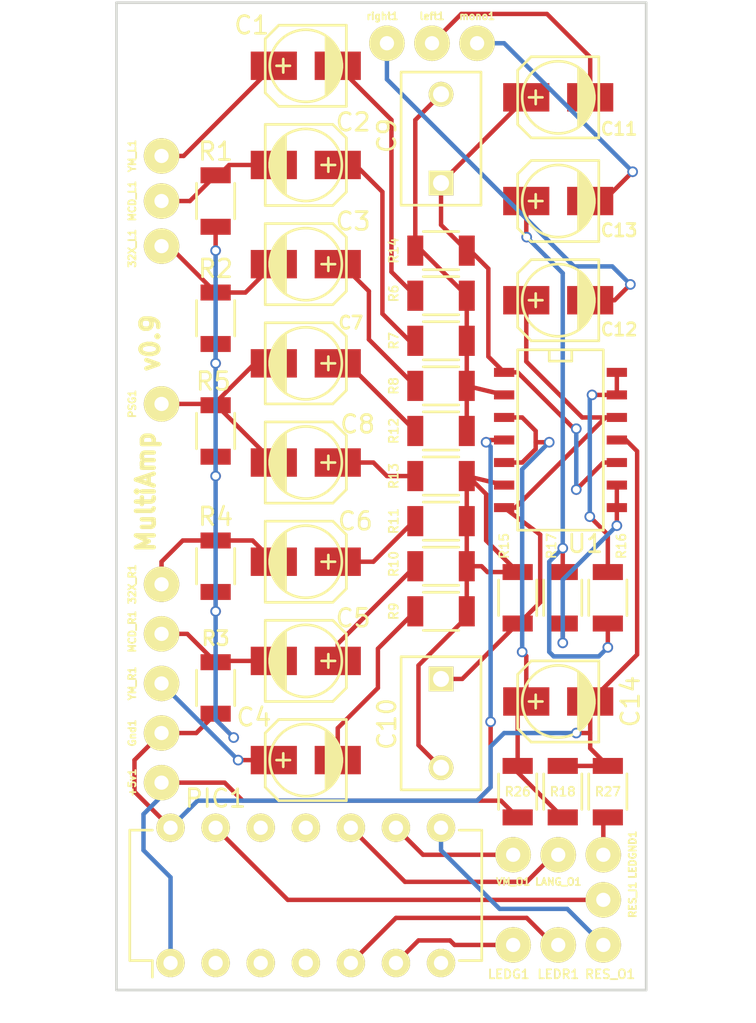
<source format=kicad_pcb>
(kicad_pcb (version 4) (host pcbnew 4.0.2-stable)

  (general
    (links 74)
    (no_connects 0)
    (area 22.276999 15.164999 52.272001 70.941001)
    (thickness 1.6)
    (drawings 9)
    (tracks 280)
    (zones 0)
    (modules 55)
    (nets 42)
  )

  (page A4)
  (title_block
    (title "Mega Amp - Test")
  )

  (layers
    (0 F.Cu signal)
    (31 B.Cu signal)
    (32 B.Adhes user)
    (33 F.Adhes user)
    (34 B.Paste user)
    (35 F.Paste user)
    (36 B.SilkS user)
    (37 F.SilkS user)
    (38 B.Mask user)
    (39 F.Mask user)
    (40 Dwgs.User user)
    (41 Cmts.User user)
    (42 Eco1.User user)
    (43 Eco2.User user)
    (44 Edge.Cuts user)
    (45 Margin user)
    (46 B.CrtYd user)
    (47 F.CrtYd user)
    (48 B.Fab user)
    (49 F.Fab user)
  )

  (setup
    (last_trace_width 0.25)
    (trace_clearance 0.25)
    (zone_clearance 0.508)
    (zone_45_only no)
    (trace_min 0.25)
    (segment_width 0.2)
    (edge_width 0.15)
    (via_size 0.6)
    (via_drill 0.4)
    (via_min_size 0.4)
    (via_min_drill 0.3)
    (uvia_size 0.3)
    (uvia_drill 0.1)
    (uvias_allowed no)
    (uvia_min_size 0.2)
    (uvia_min_drill 0.1)
    (pcb_text_width 0.3)
    (pcb_text_size 1.5 1.5)
    (mod_edge_width 0.15)
    (mod_text_size 1 1)
    (mod_text_width 0.15)
    (pad_size 1.524 1.524)
    (pad_drill 0.762)
    (pad_to_mask_clearance 0.2)
    (aux_axis_origin 0 0)
    (visible_elements FFFEFF7F)
    (pcbplotparams
      (layerselection 0x010fc_80000001)
      (usegerberextensions false)
      (excludeedgelayer true)
      (linewidth 0.100000)
      (plotframeref false)
      (viasonmask false)
      (mode 1)
      (useauxorigin false)
      (hpglpennumber 1)
      (hpglpenspeed 20)
      (hpglpendiameter 15)
      (hpglpenoverlay 2)
      (psnegative false)
      (psa4output false)
      (plotreference true)
      (plotvalue true)
      (plotinvisibletext false)
      (padsonsilk false)
      (subtractmaskfromsilk false)
      (outputformat 1)
      (mirror false)
      (drillshape 0)
      (scaleselection 1)
      (outputdirectory v0.9/))
  )

  (net 0 "")
  (net 1 /YM3438Left)
  (net 2 "Net-(C2-Pad1)")
  (net 3 /MegaCDLeft)
  (net 4 "Net-(C3-Pad1)")
  (net 5 /32XLeft)
  (net 6 /YM3438Right)
  (net 7 "Net-(C5-Pad1)")
  (net 8 /MegaCDRight)
  (net 9 "Net-(C6-Pad1)")
  (net 10 /32XRight)
  (net 11 "Net-(C7-Pad1)")
  (net 12 /SN76489)
  (net 13 "Net-(C8-Pad1)")
  (net 14 "Net-(C11-Pad1)")
  (net 15 "Net-(C9-Pad2)")
  (net 16 "Net-(C10-Pad1)")
  (net 17 "Net-(C10-Pad2)")
  (net 18 /AudioLeft)
  (net 19 /AudioRight)
  (net 20 /AudioMono)
  (net 21 "Net-(C14-Pad1)")
  (net 22 GND)
  (net 23 "Net-(R16-Pad1)")
  (net 24 "Net-(R17-Pad2)")
  (net 25 +1V5)
  (net 26 "Net-(C1-Pad2)")
  (net 27 "Net-(C4-Pad2)")
  (net 28 "Net-(C13-Pad1)")
  (net 29 "Net-(PIC1-Pad2)")
  (net 30 "Net-(PIC1-Pad3)")
  (net 31 "Net-(PIC1-Pad4)")
  (net 32 "Net-(PIC1-Pad7)")
  (net 33 "Net-(PIC1-Pad8)")
  (net 34 "Net-(PIC1-Pad9)")
  (net 35 "Net-(PIC1-Pad11)")
  (net 36 "Net-(PIC1-Pad12)")
  (net 37 "Net-(PIC1-Pad13)")
  (net 38 "Net-(LANG_O1-Pad1)")
  (net 39 "Net-(LEDG1-Pad1)")
  (net 40 "Net-(LEDGND1-Pad1)")
  (net 41 "Net-(LEDR1-Pad1)")

  (net_class Default "This is the default net class."
    (clearance 0.25)
    (trace_width 0.25)
    (via_dia 0.6)
    (via_drill 0.4)
    (uvia_dia 0.3)
    (uvia_drill 0.1)
    (add_net +1V5)
    (add_net /32XLeft)
    (add_net /32XRight)
    (add_net /AudioLeft)
    (add_net /AudioMono)
    (add_net /AudioRight)
    (add_net /MegaCDLeft)
    (add_net /MegaCDRight)
    (add_net /SN76489)
    (add_net /YM3438Left)
    (add_net /YM3438Right)
    (add_net GND)
    (add_net "Net-(C1-Pad2)")
    (add_net "Net-(C10-Pad1)")
    (add_net "Net-(C10-Pad2)")
    (add_net "Net-(C11-Pad1)")
    (add_net "Net-(C13-Pad1)")
    (add_net "Net-(C14-Pad1)")
    (add_net "Net-(C2-Pad1)")
    (add_net "Net-(C3-Pad1)")
    (add_net "Net-(C4-Pad2)")
    (add_net "Net-(C5-Pad1)")
    (add_net "Net-(C6-Pad1)")
    (add_net "Net-(C7-Pad1)")
    (add_net "Net-(C8-Pad1)")
    (add_net "Net-(C9-Pad2)")
    (add_net "Net-(LANG_O1-Pad1)")
    (add_net "Net-(LEDG1-Pad1)")
    (add_net "Net-(LEDGND1-Pad1)")
    (add_net "Net-(LEDR1-Pad1)")
    (add_net "Net-(PIC1-Pad11)")
    (add_net "Net-(PIC1-Pad12)")
    (add_net "Net-(PIC1-Pad13)")
    (add_net "Net-(PIC1-Pad2)")
    (add_net "Net-(PIC1-Pad3)")
    (add_net "Net-(PIC1-Pad4)")
    (add_net "Net-(PIC1-Pad7)")
    (add_net "Net-(PIC1-Pad8)")
    (add_net "Net-(PIC1-Pad9)")
    (add_net "Net-(R16-Pad1)")
    (add_net "Net-(R17-Pad2)")
  )

  (module Housings_DIP:DIP-14_W7.62mm (layer F.Cu) (tedit 56F8FDF4) (tstamp 56F7E800)
    (at 25.4 69.342 90)
    (descr "14-lead dip package, row spacing 7.62 mm (300 mils)")
    (tags "dil dip 2.54 300")
    (path /56F7C657)
    (fp_text reference PIC1 (at 9.271 2.54 180) (layer F.SilkS)
      (effects (font (size 1 1) (thickness 0.15)))
    )
    (fp_text value 16F630 (at 3.81 2.54 90) (layer F.Fab)
      (effects (font (size 1 1) (thickness 0.15)))
    )
    (fp_line (start -1.05 -2.45) (end -1.05 17.7) (layer F.CrtYd) (width 0.05))
    (fp_line (start 8.65 -2.45) (end 8.65 17.7) (layer F.CrtYd) (width 0.05))
    (fp_line (start -1.05 -2.45) (end 8.65 -2.45) (layer F.CrtYd) (width 0.05))
    (fp_line (start -1.05 17.7) (end 8.65 17.7) (layer F.CrtYd) (width 0.05))
    (fp_line (start 0.135 -2.295) (end 0.135 -1.025) (layer F.SilkS) (width 0.15))
    (fp_line (start 7.485 -2.295) (end 7.485 -1.025) (layer F.SilkS) (width 0.15))
    (fp_line (start 7.485 17.535) (end 7.485 16.265) (layer F.SilkS) (width 0.15))
    (fp_line (start 0.135 17.535) (end 0.135 16.265) (layer F.SilkS) (width 0.15))
    (fp_line (start 0.135 -2.295) (end 7.485 -2.295) (layer F.SilkS) (width 0.15))
    (fp_line (start 0.135 17.535) (end 7.485 17.535) (layer F.SilkS) (width 0.15))
    (fp_line (start 0.135 -1.025) (end -0.8 -1.025) (layer F.SilkS) (width 0.15))
    (pad 1 thru_hole oval (at 0 0 90) (size 1.6 1.6) (drill 0.8) (layers *.Cu *.Mask F.SilkS)
      (net 25 +1V5))
    (pad 2 thru_hole oval (at 0 2.54 90) (size 1.6 1.6) (drill 0.8) (layers *.Cu *.Mask F.SilkS)
      (net 29 "Net-(PIC1-Pad2)"))
    (pad 3 thru_hole oval (at 0 5.08 90) (size 1.6 1.6) (drill 0.8) (layers *.Cu *.Mask F.SilkS)
      (net 30 "Net-(PIC1-Pad3)"))
    (pad 4 thru_hole oval (at 0 7.62 90) (size 1.6 1.6) (drill 0.8) (layers *.Cu *.Mask F.SilkS)
      (net 31 "Net-(PIC1-Pad4)"))
    (pad 5 thru_hole oval (at 0 10.16 90) (size 1.6 1.6) (drill 0.8) (layers *.Cu *.Mask F.SilkS)
      (net 41 "Net-(LEDR1-Pad1)"))
    (pad 6 thru_hole oval (at 0 12.7 90) (size 1.6 1.6) (drill 0.8) (layers *.Cu *.Mask F.SilkS)
      (net 39 "Net-(LEDG1-Pad1)"))
    (pad 7 thru_hole oval (at 0 15.24 90) (size 1.6 1.6) (drill 0.8) (layers *.Cu *.Mask F.SilkS)
      (net 32 "Net-(PIC1-Pad7)"))
    (pad 8 thru_hole oval (at 7.62 15.24 90) (size 1.6 1.6) (drill 0.8) (layers *.Cu *.Mask F.SilkS)
      (net 33 "Net-(PIC1-Pad8)"))
    (pad 9 thru_hole oval (at 7.62 12.7 90) (size 1.6 1.6) (drill 0.8) (layers *.Cu *.Mask F.SilkS)
      (net 34 "Net-(PIC1-Pad9)"))
    (pad 10 thru_hole oval (at 7.62 10.16 90) (size 1.6 1.6) (drill 0.8) (layers *.Cu *.Mask F.SilkS)
      (net 38 "Net-(LANG_O1-Pad1)"))
    (pad 11 thru_hole oval (at 7.62 7.62 90) (size 1.6 1.6) (drill 0.8) (layers *.Cu *.Mask F.SilkS)
      (net 35 "Net-(PIC1-Pad11)"))
    (pad 12 thru_hole oval (at 7.62 5.08 90) (size 1.6 1.6) (drill 0.8) (layers *.Cu *.Mask F.SilkS)
      (net 36 "Net-(PIC1-Pad12)"))
    (pad 13 thru_hole oval (at 7.62 2.54 90) (size 1.6 1.6) (drill 0.8) (layers *.Cu *.Mask F.SilkS)
      (net 37 "Net-(PIC1-Pad13)"))
    (pad 14 thru_hole oval (at 7.62 0 90) (size 1.6 1.6) (drill 0.8) (layers *.Cu *.Mask F.SilkS)
      (net 22 GND))
    (model Housings_DIP.3dshapes/DIP-14_W7.62mm.wrl
      (at (xyz 0 0 0))
      (scale (xyz 1 1 1))
      (rotate (xyz 0 0 0))
    )
  )

  (module SMD_Packages:SOIC-14_N (layer F.Cu) (tedit 56F8FBF6) (tstamp 56F6E530)
    (at 47.498 39.878 270)
    (descr "Module CMS SOJ 14 pins Large")
    (tags "CMS SOJ")
    (path /56F65C66)
    (attr smd)
    (fp_text reference U1 (at 5.842 -1.27 360) (layer F.SilkS)
      (effects (font (size 1 1) (thickness 0.15)))
    )
    (fp_text value TL074 (at 0 1.27 270) (layer F.Fab)
      (effects (font (size 1 1) (thickness 0.15)))
    )
    (fp_line (start 5.08 -2.286) (end 5.08 2.54) (layer F.SilkS) (width 0.15))
    (fp_line (start 5.08 2.54) (end -5.08 2.54) (layer F.SilkS) (width 0.15))
    (fp_line (start -5.08 2.54) (end -5.08 -2.286) (layer F.SilkS) (width 0.15))
    (fp_line (start -5.08 -2.286) (end 5.08 -2.286) (layer F.SilkS) (width 0.15))
    (fp_line (start -5.08 -0.508) (end -4.445 -0.508) (layer F.SilkS) (width 0.15))
    (fp_line (start -4.445 -0.508) (end -4.445 0.762) (layer F.SilkS) (width 0.15))
    (fp_line (start -4.445 0.762) (end -5.08 0.762) (layer F.SilkS) (width 0.15))
    (pad 1 smd rect (at -3.81 3.302 270) (size 0.508 1.143) (layers F.Cu F.Paste F.Mask)
      (net 14 "Net-(C11-Pad1)"))
    (pad 2 smd rect (at -2.54 3.302 270) (size 0.508 1.143) (layers F.Cu F.Paste F.Mask)
      (net 15 "Net-(C9-Pad2)"))
    (pad 3 smd rect (at -1.27 3.302 270) (size 0.508 1.143) (layers F.Cu F.Paste F.Mask)
      (net 21 "Net-(C14-Pad1)"))
    (pad 4 smd rect (at 0 3.302 270) (size 0.508 1.143) (layers F.Cu F.Paste F.Mask)
      (net 25 +1V5))
    (pad 5 smd rect (at 1.27 3.302 270) (size 0.508 1.143) (layers F.Cu F.Paste F.Mask)
      (net 21 "Net-(C14-Pad1)"))
    (pad 6 smd rect (at 2.54 3.302 270) (size 0.508 1.143) (layers F.Cu F.Paste F.Mask)
      (net 17 "Net-(C10-Pad2)"))
    (pad 7 smd rect (at 3.81 3.302 270) (size 0.508 1.143) (layers F.Cu F.Paste F.Mask)
      (net 16 "Net-(C10-Pad1)"))
    (pad 8 smd rect (at 3.81 -3.048 270) (size 0.508 1.143) (layers F.Cu F.Paste F.Mask)
      (net 23 "Net-(R16-Pad1)"))
    (pad 9 smd rect (at 2.54 -3.048 270) (size 0.508 1.143) (layers F.Cu F.Paste F.Mask)
      (net 23 "Net-(R16-Pad1)"))
    (pad 11 smd rect (at 0 -3.048 270) (size 0.508 1.143) (layers F.Cu F.Paste F.Mask)
      (net 22 GND))
    (pad 12 smd rect (at -1.27 -3.048 270) (size 0.508 1.143) (layers F.Cu F.Paste F.Mask)
      (net 16 "Net-(C10-Pad1)"))
    (pad 13 smd rect (at -2.54 -3.048 270) (size 0.508 1.143) (layers F.Cu F.Paste F.Mask)
      (net 24 "Net-(R17-Pad2)"))
    (pad 14 smd rect (at -3.81 -3.048 270) (size 0.508 1.143) (layers F.Cu F.Paste F.Mask)
      (net 24 "Net-(R17-Pad2)"))
    (pad 10 smd rect (at 1.27 -3.048 270) (size 0.508 1.143) (layers F.Cu F.Paste F.Mask)
      (net 14 "Net-(C11-Pad1)"))
    (model SMD_Packages.3dshapes/SOIC-14_N.wrl
      (at (xyz 0 0 0))
      (scale (xyz 0.5 0.4 0.5))
      (rotate (xyz 0 0 0))
    )
  )

  (module Resistors_SMD:R_1206 (layer F.Cu) (tedit 56F8F81F) (tstamp 56F6E4C4)
    (at 27.94 46.99 270)
    (descr "Resistor SMD 1206, reflow soldering, Vishay (see dcrcw.pdf)")
    (tags "resistor 1206")
    (path /56F6FBB7)
    (attr smd)
    (fp_text reference R4 (at -2.794 0 360) (layer F.SilkS)
      (effects (font (size 1 1) (thickness 0.15)))
    )
    (fp_text value 75ohm (at 2.54 0 360) (layer F.Fab)
      (effects (font (size 1 1) (thickness 0.15)))
    )
    (fp_line (start -2.2 -1.2) (end 2.2 -1.2) (layer F.CrtYd) (width 0.05))
    (fp_line (start -2.2 1.2) (end 2.2 1.2) (layer F.CrtYd) (width 0.05))
    (fp_line (start -2.2 -1.2) (end -2.2 1.2) (layer F.CrtYd) (width 0.05))
    (fp_line (start 2.2 -1.2) (end 2.2 1.2) (layer F.CrtYd) (width 0.05))
    (fp_line (start 1 1.075) (end -1 1.075) (layer F.SilkS) (width 0.15))
    (fp_line (start -1 -1.075) (end 1 -1.075) (layer F.SilkS) (width 0.15))
    (pad 1 smd rect (at -1.45 0 270) (size 0.9 1.7) (layers F.Cu F.Paste F.Mask)
      (net 10 /32XRight))
    (pad 2 smd rect (at 1.45 0 270) (size 0.9 1.7) (layers F.Cu F.Paste F.Mask)
      (net 22 GND))
    (model Resistors_SMD.3dshapes/R_1206.wrl
      (at (xyz 0 0 0))
      (scale (xyz 1 1 1))
      (rotate (xyz 0 0 0))
    )
  )

  (module Resistors_SMD:R_1206 (layer F.Cu) (tedit 56F8F818) (tstamp 56F6E4BE)
    (at 27.94 53.848 270)
    (descr "Resistor SMD 1206, reflow soldering, Vishay (see dcrcw.pdf)")
    (tags "resistor 1206")
    (path /56F6F129)
    (attr smd)
    (fp_text reference R3 (at -2.794 0 360) (layer F.SilkS)
      (effects (font (size 0.8 0.8) (thickness 0.15)))
    )
    (fp_text value 75ohm (at 2.54 0 360) (layer F.Fab)
      (effects (font (size 1 1) (thickness 0.15)))
    )
    (fp_line (start -2.2 -1.2) (end 2.2 -1.2) (layer F.CrtYd) (width 0.05))
    (fp_line (start -2.2 1.2) (end 2.2 1.2) (layer F.CrtYd) (width 0.05))
    (fp_line (start -2.2 -1.2) (end -2.2 1.2) (layer F.CrtYd) (width 0.05))
    (fp_line (start 2.2 -1.2) (end 2.2 1.2) (layer F.CrtYd) (width 0.05))
    (fp_line (start 1 1.075) (end -1 1.075) (layer F.SilkS) (width 0.15))
    (fp_line (start -1 -1.075) (end 1 -1.075) (layer F.SilkS) (width 0.15))
    (pad 1 smd rect (at -1.45 0 270) (size 0.9 1.7) (layers F.Cu F.Paste F.Mask)
      (net 8 /MegaCDRight))
    (pad 2 smd rect (at 1.45 0 270) (size 0.9 1.7) (layers F.Cu F.Paste F.Mask)
      (net 22 GND))
    (model Resistors_SMD.3dshapes/R_1206.wrl
      (at (xyz 0 0 0))
      (scale (xyz 1 1 1))
      (rotate (xyz 0 0 0))
    )
  )

  (module Capacitors_SMD:c_elec_4x5.3 (layer F.Cu) (tedit 56F8F3F6) (tstamp 56F6E45E)
    (at 33.02 18.796 180)
    (descr "SMT capacitor, aluminium electrolytic, 4x5.3")
    (path /56F6B50F)
    (attr smd)
    (fp_text reference C1 (at 3.048 2.286 180) (layer F.SilkS)
      (effects (font (size 1 1) (thickness 0.15)))
    )
    (fp_text value 10uF (at 0 0 180) (layer F.Fab)
      (effects (font (size 1 1) (thickness 0.15)))
    )
    (fp_line (start -3.35 -2.65) (end 3.35 -2.65) (layer F.CrtYd) (width 0.05))
    (fp_line (start 3.35 -2.65) (end 3.35 2.65) (layer F.CrtYd) (width 0.05))
    (fp_line (start 3.35 2.65) (end -3.35 2.65) (layer F.CrtYd) (width 0.05))
    (fp_line (start -3.35 2.65) (end -3.35 -2.65) (layer F.CrtYd) (width 0.05))
    (fp_line (start 1.651 0) (end 0.889 0) (layer F.SilkS) (width 0.15))
    (fp_line (start 1.27 -0.381) (end 1.27 0.381) (layer F.SilkS) (width 0.15))
    (fp_line (start 1.524 2.286) (end -2.286 2.286) (layer F.SilkS) (width 0.15))
    (fp_line (start 2.286 -1.524) (end 2.286 1.524) (layer F.SilkS) (width 0.15))
    (fp_line (start 1.524 2.286) (end 2.286 1.524) (layer F.SilkS) (width 0.15))
    (fp_line (start 1.524 -2.286) (end -2.286 -2.286) (layer F.SilkS) (width 0.15))
    (fp_line (start 1.524 -2.286) (end 2.286 -1.524) (layer F.SilkS) (width 0.15))
    (fp_line (start -2.032 0.127) (end -2.032 -0.127) (layer F.SilkS) (width 0.15))
    (fp_line (start -1.905 -0.635) (end -1.905 0.635) (layer F.SilkS) (width 0.15))
    (fp_line (start -1.778 0.889) (end -1.778 -0.889) (layer F.SilkS) (width 0.15))
    (fp_line (start -1.651 1.143) (end -1.651 -1.143) (layer F.SilkS) (width 0.15))
    (fp_line (start -1.524 -1.27) (end -1.524 1.27) (layer F.SilkS) (width 0.15))
    (fp_line (start -1.397 1.397) (end -1.397 -1.397) (layer F.SilkS) (width 0.15))
    (fp_line (start -1.27 -1.524) (end -1.27 1.524) (layer F.SilkS) (width 0.15))
    (fp_line (start -1.143 -1.651) (end -1.143 1.651) (layer F.SilkS) (width 0.15))
    (fp_line (start -2.286 -2.286) (end -2.286 2.286) (layer F.SilkS) (width 0.15))
    (fp_circle (center 0 0) (end -2.032 0) (layer F.SilkS) (width 0.15))
    (pad 1 smd rect (at 1.80086 0 180) (size 2.60096 1.6002) (layers F.Cu F.Paste F.Mask)
      (net 1 /YM3438Left))
    (pad 2 smd rect (at -1.80086 0 180) (size 2.60096 1.6002) (layers F.Cu F.Paste F.Mask)
      (net 26 "Net-(C1-Pad2)"))
    (model Capacitors_SMD.3dshapes/c_elec_4x5.3.wrl
      (at (xyz 0 0 0))
      (scale (xyz 1 1 1))
      (rotate (xyz 0 0 0))
    )
  )

  (module Capacitors_SMD:c_elec_4x5.3 (layer F.Cu) (tedit 56F8F847) (tstamp 56F6E464)
    (at 33.02 24.384)
    (descr "SMT capacitor, aluminium electrolytic, 4x5.3")
    (path /56F6B3CF)
    (attr smd)
    (fp_text reference C2 (at 2.667 -2.413) (layer F.SilkS)
      (effects (font (size 1 1) (thickness 0.15)))
    )
    (fp_text value 1uF (at 0 0) (layer F.Fab)
      (effects (font (size 1 1) (thickness 0.15)))
    )
    (fp_line (start -3.35 -2.65) (end 3.35 -2.65) (layer F.CrtYd) (width 0.05))
    (fp_line (start 3.35 -2.65) (end 3.35 2.65) (layer F.CrtYd) (width 0.05))
    (fp_line (start 3.35 2.65) (end -3.35 2.65) (layer F.CrtYd) (width 0.05))
    (fp_line (start -3.35 2.65) (end -3.35 -2.65) (layer F.CrtYd) (width 0.05))
    (fp_line (start 1.651 0) (end 0.889 0) (layer F.SilkS) (width 0.15))
    (fp_line (start 1.27 -0.381) (end 1.27 0.381) (layer F.SilkS) (width 0.15))
    (fp_line (start 1.524 2.286) (end -2.286 2.286) (layer F.SilkS) (width 0.15))
    (fp_line (start 2.286 -1.524) (end 2.286 1.524) (layer F.SilkS) (width 0.15))
    (fp_line (start 1.524 2.286) (end 2.286 1.524) (layer F.SilkS) (width 0.15))
    (fp_line (start 1.524 -2.286) (end -2.286 -2.286) (layer F.SilkS) (width 0.15))
    (fp_line (start 1.524 -2.286) (end 2.286 -1.524) (layer F.SilkS) (width 0.15))
    (fp_line (start -2.032 0.127) (end -2.032 -0.127) (layer F.SilkS) (width 0.15))
    (fp_line (start -1.905 -0.635) (end -1.905 0.635) (layer F.SilkS) (width 0.15))
    (fp_line (start -1.778 0.889) (end -1.778 -0.889) (layer F.SilkS) (width 0.15))
    (fp_line (start -1.651 1.143) (end -1.651 -1.143) (layer F.SilkS) (width 0.15))
    (fp_line (start -1.524 -1.27) (end -1.524 1.27) (layer F.SilkS) (width 0.15))
    (fp_line (start -1.397 1.397) (end -1.397 -1.397) (layer F.SilkS) (width 0.15))
    (fp_line (start -1.27 -1.524) (end -1.27 1.524) (layer F.SilkS) (width 0.15))
    (fp_line (start -1.143 -1.651) (end -1.143 1.651) (layer F.SilkS) (width 0.15))
    (fp_line (start -2.286 -2.286) (end -2.286 2.286) (layer F.SilkS) (width 0.15))
    (fp_circle (center 0 0) (end -2.032 0) (layer F.SilkS) (width 0.15))
    (pad 1 smd rect (at 1.80086 0) (size 2.60096 1.6002) (layers F.Cu F.Paste F.Mask)
      (net 2 "Net-(C2-Pad1)"))
    (pad 2 smd rect (at -1.80086 0) (size 2.60096 1.6002) (layers F.Cu F.Paste F.Mask)
      (net 3 /MegaCDLeft))
    (model Capacitors_SMD.3dshapes/c_elec_4x5.3.wrl
      (at (xyz 0 0 0))
      (scale (xyz 1 1 1))
      (rotate (xyz 0 0 0))
    )
  )

  (module Capacitors_SMD:c_elec_4x5.3 (layer F.Cu) (tedit 56F8F84D) (tstamp 56F6E46A)
    (at 33.02 29.972)
    (descr "SMT capacitor, aluminium electrolytic, 4x5.3")
    (path /56F6B377)
    (attr smd)
    (fp_text reference C3 (at 2.667 -2.413) (layer F.SilkS)
      (effects (font (size 1 1) (thickness 0.15)))
    )
    (fp_text value 1uF (at 0 0) (layer F.Fab)
      (effects (font (size 1 1) (thickness 0.15)))
    )
    (fp_line (start -3.35 -2.65) (end 3.35 -2.65) (layer F.CrtYd) (width 0.05))
    (fp_line (start 3.35 -2.65) (end 3.35 2.65) (layer F.CrtYd) (width 0.05))
    (fp_line (start 3.35 2.65) (end -3.35 2.65) (layer F.CrtYd) (width 0.05))
    (fp_line (start -3.35 2.65) (end -3.35 -2.65) (layer F.CrtYd) (width 0.05))
    (fp_line (start 1.651 0) (end 0.889 0) (layer F.SilkS) (width 0.15))
    (fp_line (start 1.27 -0.381) (end 1.27 0.381) (layer F.SilkS) (width 0.15))
    (fp_line (start 1.524 2.286) (end -2.286 2.286) (layer F.SilkS) (width 0.15))
    (fp_line (start 2.286 -1.524) (end 2.286 1.524) (layer F.SilkS) (width 0.15))
    (fp_line (start 1.524 2.286) (end 2.286 1.524) (layer F.SilkS) (width 0.15))
    (fp_line (start 1.524 -2.286) (end -2.286 -2.286) (layer F.SilkS) (width 0.15))
    (fp_line (start 1.524 -2.286) (end 2.286 -1.524) (layer F.SilkS) (width 0.15))
    (fp_line (start -2.032 0.127) (end -2.032 -0.127) (layer F.SilkS) (width 0.15))
    (fp_line (start -1.905 -0.635) (end -1.905 0.635) (layer F.SilkS) (width 0.15))
    (fp_line (start -1.778 0.889) (end -1.778 -0.889) (layer F.SilkS) (width 0.15))
    (fp_line (start -1.651 1.143) (end -1.651 -1.143) (layer F.SilkS) (width 0.15))
    (fp_line (start -1.524 -1.27) (end -1.524 1.27) (layer F.SilkS) (width 0.15))
    (fp_line (start -1.397 1.397) (end -1.397 -1.397) (layer F.SilkS) (width 0.15))
    (fp_line (start -1.27 -1.524) (end -1.27 1.524) (layer F.SilkS) (width 0.15))
    (fp_line (start -1.143 -1.651) (end -1.143 1.651) (layer F.SilkS) (width 0.15))
    (fp_line (start -2.286 -2.286) (end -2.286 2.286) (layer F.SilkS) (width 0.15))
    (fp_circle (center 0 0) (end -2.032 0) (layer F.SilkS) (width 0.15))
    (pad 1 smd rect (at 1.80086 0) (size 2.60096 1.6002) (layers F.Cu F.Paste F.Mask)
      (net 4 "Net-(C3-Pad1)"))
    (pad 2 smd rect (at -1.80086 0) (size 2.60096 1.6002) (layers F.Cu F.Paste F.Mask)
      (net 5 /32XLeft))
    (model Capacitors_SMD.3dshapes/c_elec_4x5.3.wrl
      (at (xyz 0 0 0))
      (scale (xyz 1 1 1))
      (rotate (xyz 0 0 0))
    )
  )

  (module Capacitors_SMD:c_elec_4x5.3 (layer F.Cu) (tedit 56F8F520) (tstamp 56F6E470)
    (at 33.02 57.912 180)
    (descr "SMT capacitor, aluminium electrolytic, 4x5.3")
    (path /56F6B56D)
    (attr smd)
    (fp_text reference C4 (at 2.921 2.413 180) (layer F.SilkS)
      (effects (font (size 1 1) (thickness 0.15)))
    )
    (fp_text value 10uF (at 0 0 180) (layer F.Fab)
      (effects (font (size 1 1) (thickness 0.15)))
    )
    (fp_line (start -3.35 -2.65) (end 3.35 -2.65) (layer F.CrtYd) (width 0.05))
    (fp_line (start 3.35 -2.65) (end 3.35 2.65) (layer F.CrtYd) (width 0.05))
    (fp_line (start 3.35 2.65) (end -3.35 2.65) (layer F.CrtYd) (width 0.05))
    (fp_line (start -3.35 2.65) (end -3.35 -2.65) (layer F.CrtYd) (width 0.05))
    (fp_line (start 1.651 0) (end 0.889 0) (layer F.SilkS) (width 0.15))
    (fp_line (start 1.27 -0.381) (end 1.27 0.381) (layer F.SilkS) (width 0.15))
    (fp_line (start 1.524 2.286) (end -2.286 2.286) (layer F.SilkS) (width 0.15))
    (fp_line (start 2.286 -1.524) (end 2.286 1.524) (layer F.SilkS) (width 0.15))
    (fp_line (start 1.524 2.286) (end 2.286 1.524) (layer F.SilkS) (width 0.15))
    (fp_line (start 1.524 -2.286) (end -2.286 -2.286) (layer F.SilkS) (width 0.15))
    (fp_line (start 1.524 -2.286) (end 2.286 -1.524) (layer F.SilkS) (width 0.15))
    (fp_line (start -2.032 0.127) (end -2.032 -0.127) (layer F.SilkS) (width 0.15))
    (fp_line (start -1.905 -0.635) (end -1.905 0.635) (layer F.SilkS) (width 0.15))
    (fp_line (start -1.778 0.889) (end -1.778 -0.889) (layer F.SilkS) (width 0.15))
    (fp_line (start -1.651 1.143) (end -1.651 -1.143) (layer F.SilkS) (width 0.15))
    (fp_line (start -1.524 -1.27) (end -1.524 1.27) (layer F.SilkS) (width 0.15))
    (fp_line (start -1.397 1.397) (end -1.397 -1.397) (layer F.SilkS) (width 0.15))
    (fp_line (start -1.27 -1.524) (end -1.27 1.524) (layer F.SilkS) (width 0.15))
    (fp_line (start -1.143 -1.651) (end -1.143 1.651) (layer F.SilkS) (width 0.15))
    (fp_line (start -2.286 -2.286) (end -2.286 2.286) (layer F.SilkS) (width 0.15))
    (fp_circle (center 0 0) (end -2.032 0) (layer F.SilkS) (width 0.15))
    (pad 1 smd rect (at 1.80086 0 180) (size 2.60096 1.6002) (layers F.Cu F.Paste F.Mask)
      (net 6 /YM3438Right))
    (pad 2 smd rect (at -1.80086 0 180) (size 2.60096 1.6002) (layers F.Cu F.Paste F.Mask)
      (net 27 "Net-(C4-Pad2)"))
    (model Capacitors_SMD.3dshapes/c_elec_4x5.3.wrl
      (at (xyz 0 0 0))
      (scale (xyz 1 1 1))
      (rotate (xyz 0 0 0))
    )
  )

  (module Capacitors_SMD:c_elec_4x5.3 (layer F.Cu) (tedit 56F8F82A) (tstamp 56F6E476)
    (at 33.02 52.324)
    (descr "SMT capacitor, aluminium electrolytic, 4x5.3")
    (path /56F6B4B8)
    (attr smd)
    (fp_text reference C5 (at 2.667 -2.413) (layer F.SilkS)
      (effects (font (size 1 1) (thickness 0.15)))
    )
    (fp_text value 1uF (at 0 0) (layer F.Fab)
      (effects (font (size 1 1) (thickness 0.15)))
    )
    (fp_line (start -3.35 -2.65) (end 3.35 -2.65) (layer F.CrtYd) (width 0.05))
    (fp_line (start 3.35 -2.65) (end 3.35 2.65) (layer F.CrtYd) (width 0.05))
    (fp_line (start 3.35 2.65) (end -3.35 2.65) (layer F.CrtYd) (width 0.05))
    (fp_line (start -3.35 2.65) (end -3.35 -2.65) (layer F.CrtYd) (width 0.05))
    (fp_line (start 1.651 0) (end 0.889 0) (layer F.SilkS) (width 0.15))
    (fp_line (start 1.27 -0.381) (end 1.27 0.381) (layer F.SilkS) (width 0.15))
    (fp_line (start 1.524 2.286) (end -2.286 2.286) (layer F.SilkS) (width 0.15))
    (fp_line (start 2.286 -1.524) (end 2.286 1.524) (layer F.SilkS) (width 0.15))
    (fp_line (start 1.524 2.286) (end 2.286 1.524) (layer F.SilkS) (width 0.15))
    (fp_line (start 1.524 -2.286) (end -2.286 -2.286) (layer F.SilkS) (width 0.15))
    (fp_line (start 1.524 -2.286) (end 2.286 -1.524) (layer F.SilkS) (width 0.15))
    (fp_line (start -2.032 0.127) (end -2.032 -0.127) (layer F.SilkS) (width 0.15))
    (fp_line (start -1.905 -0.635) (end -1.905 0.635) (layer F.SilkS) (width 0.15))
    (fp_line (start -1.778 0.889) (end -1.778 -0.889) (layer F.SilkS) (width 0.15))
    (fp_line (start -1.651 1.143) (end -1.651 -1.143) (layer F.SilkS) (width 0.15))
    (fp_line (start -1.524 -1.27) (end -1.524 1.27) (layer F.SilkS) (width 0.15))
    (fp_line (start -1.397 1.397) (end -1.397 -1.397) (layer F.SilkS) (width 0.15))
    (fp_line (start -1.27 -1.524) (end -1.27 1.524) (layer F.SilkS) (width 0.15))
    (fp_line (start -1.143 -1.651) (end -1.143 1.651) (layer F.SilkS) (width 0.15))
    (fp_line (start -2.286 -2.286) (end -2.286 2.286) (layer F.SilkS) (width 0.15))
    (fp_circle (center 0 0) (end -2.032 0) (layer F.SilkS) (width 0.15))
    (pad 1 smd rect (at 1.80086 0) (size 2.60096 1.6002) (layers F.Cu F.Paste F.Mask)
      (net 7 "Net-(C5-Pad1)"))
    (pad 2 smd rect (at -1.80086 0) (size 2.60096 1.6002) (layers F.Cu F.Paste F.Mask)
      (net 8 /MegaCDRight))
    (model Capacitors_SMD.3dshapes/c_elec_4x5.3.wrl
      (at (xyz 0 0 0))
      (scale (xyz 1 1 1))
      (rotate (xyz 0 0 0))
    )
  )

  (module Capacitors_SMD:c_elec_4x5.3 (layer F.Cu) (tedit 56F8F824) (tstamp 56F6E47C)
    (at 33.02 46.736)
    (descr "SMT capacitor, aluminium electrolytic, 4x5.3")
    (path /56F6B462)
    (attr smd)
    (fp_text reference C6 (at 2.794 -2.286) (layer F.SilkS)
      (effects (font (size 1 1) (thickness 0.15)))
    )
    (fp_text value 1uF (at 0 0) (layer F.Fab)
      (effects (font (size 1 1) (thickness 0.15)))
    )
    (fp_line (start -3.35 -2.65) (end 3.35 -2.65) (layer F.CrtYd) (width 0.05))
    (fp_line (start 3.35 -2.65) (end 3.35 2.65) (layer F.CrtYd) (width 0.05))
    (fp_line (start 3.35 2.65) (end -3.35 2.65) (layer F.CrtYd) (width 0.05))
    (fp_line (start -3.35 2.65) (end -3.35 -2.65) (layer F.CrtYd) (width 0.05))
    (fp_line (start 1.651 0) (end 0.889 0) (layer F.SilkS) (width 0.15))
    (fp_line (start 1.27 -0.381) (end 1.27 0.381) (layer F.SilkS) (width 0.15))
    (fp_line (start 1.524 2.286) (end -2.286 2.286) (layer F.SilkS) (width 0.15))
    (fp_line (start 2.286 -1.524) (end 2.286 1.524) (layer F.SilkS) (width 0.15))
    (fp_line (start 1.524 2.286) (end 2.286 1.524) (layer F.SilkS) (width 0.15))
    (fp_line (start 1.524 -2.286) (end -2.286 -2.286) (layer F.SilkS) (width 0.15))
    (fp_line (start 1.524 -2.286) (end 2.286 -1.524) (layer F.SilkS) (width 0.15))
    (fp_line (start -2.032 0.127) (end -2.032 -0.127) (layer F.SilkS) (width 0.15))
    (fp_line (start -1.905 -0.635) (end -1.905 0.635) (layer F.SilkS) (width 0.15))
    (fp_line (start -1.778 0.889) (end -1.778 -0.889) (layer F.SilkS) (width 0.15))
    (fp_line (start -1.651 1.143) (end -1.651 -1.143) (layer F.SilkS) (width 0.15))
    (fp_line (start -1.524 -1.27) (end -1.524 1.27) (layer F.SilkS) (width 0.15))
    (fp_line (start -1.397 1.397) (end -1.397 -1.397) (layer F.SilkS) (width 0.15))
    (fp_line (start -1.27 -1.524) (end -1.27 1.524) (layer F.SilkS) (width 0.15))
    (fp_line (start -1.143 -1.651) (end -1.143 1.651) (layer F.SilkS) (width 0.15))
    (fp_line (start -2.286 -2.286) (end -2.286 2.286) (layer F.SilkS) (width 0.15))
    (fp_circle (center 0 0) (end -2.032 0) (layer F.SilkS) (width 0.15))
    (pad 1 smd rect (at 1.80086 0) (size 2.60096 1.6002) (layers F.Cu F.Paste F.Mask)
      (net 9 "Net-(C6-Pad1)"))
    (pad 2 smd rect (at -1.80086 0) (size 2.60096 1.6002) (layers F.Cu F.Paste F.Mask)
      (net 10 /32XRight))
    (model Capacitors_SMD.3dshapes/c_elec_4x5.3.wrl
      (at (xyz 0 0 0))
      (scale (xyz 1 1 1))
      (rotate (xyz 0 0 0))
    )
  )

  (module Capacitors_SMD:c_elec_4x5.3 (layer F.Cu) (tedit 56F8F581) (tstamp 56F6E482)
    (at 33.02 35.56)
    (descr "SMT capacitor, aluminium electrolytic, 4x5.3")
    (path /56F6ABDF)
    (attr smd)
    (fp_text reference C7 (at 2.54 -2.286) (layer F.SilkS)
      (effects (font (size 0.7 0.7) (thickness 0.15)))
    )
    (fp_text value 1uF (at 0 0) (layer F.Fab)
      (effects (font (size 1 1) (thickness 0.15)))
    )
    (fp_line (start -3.35 -2.65) (end 3.35 -2.65) (layer F.CrtYd) (width 0.05))
    (fp_line (start 3.35 -2.65) (end 3.35 2.65) (layer F.CrtYd) (width 0.05))
    (fp_line (start 3.35 2.65) (end -3.35 2.65) (layer F.CrtYd) (width 0.05))
    (fp_line (start -3.35 2.65) (end -3.35 -2.65) (layer F.CrtYd) (width 0.05))
    (fp_line (start 1.651 0) (end 0.889 0) (layer F.SilkS) (width 0.15))
    (fp_line (start 1.27 -0.381) (end 1.27 0.381) (layer F.SilkS) (width 0.15))
    (fp_line (start 1.524 2.286) (end -2.286 2.286) (layer F.SilkS) (width 0.15))
    (fp_line (start 2.286 -1.524) (end 2.286 1.524) (layer F.SilkS) (width 0.15))
    (fp_line (start 1.524 2.286) (end 2.286 1.524) (layer F.SilkS) (width 0.15))
    (fp_line (start 1.524 -2.286) (end -2.286 -2.286) (layer F.SilkS) (width 0.15))
    (fp_line (start 1.524 -2.286) (end 2.286 -1.524) (layer F.SilkS) (width 0.15))
    (fp_line (start -2.032 0.127) (end -2.032 -0.127) (layer F.SilkS) (width 0.15))
    (fp_line (start -1.905 -0.635) (end -1.905 0.635) (layer F.SilkS) (width 0.15))
    (fp_line (start -1.778 0.889) (end -1.778 -0.889) (layer F.SilkS) (width 0.15))
    (fp_line (start -1.651 1.143) (end -1.651 -1.143) (layer F.SilkS) (width 0.15))
    (fp_line (start -1.524 -1.27) (end -1.524 1.27) (layer F.SilkS) (width 0.15))
    (fp_line (start -1.397 1.397) (end -1.397 -1.397) (layer F.SilkS) (width 0.15))
    (fp_line (start -1.27 -1.524) (end -1.27 1.524) (layer F.SilkS) (width 0.15))
    (fp_line (start -1.143 -1.651) (end -1.143 1.651) (layer F.SilkS) (width 0.15))
    (fp_line (start -2.286 -2.286) (end -2.286 2.286) (layer F.SilkS) (width 0.15))
    (fp_circle (center 0 0) (end -2.032 0) (layer F.SilkS) (width 0.15))
    (pad 1 smd rect (at 1.80086 0) (size 2.60096 1.6002) (layers F.Cu F.Paste F.Mask)
      (net 11 "Net-(C7-Pad1)"))
    (pad 2 smd rect (at -1.80086 0) (size 2.60096 1.6002) (layers F.Cu F.Paste F.Mask)
      (net 12 /SN76489))
    (model Capacitors_SMD.3dshapes/c_elec_4x5.3.wrl
      (at (xyz 0 0 0))
      (scale (xyz 1 1 1))
      (rotate (xyz 0 0 0))
    )
  )

  (module Capacitors_SMD:c_elec_4x5.3 (layer F.Cu) (tedit 56F8F570) (tstamp 56F6E488)
    (at 33.02 41.148)
    (descr "SMT capacitor, aluminium electrolytic, 4x5.3")
    (path /56F6ADB9)
    (attr smd)
    (fp_text reference C8 (at 2.921 -2.159) (layer F.SilkS)
      (effects (font (size 1 1) (thickness 0.15)))
    )
    (fp_text value 1uF (at 0 0) (layer F.Fab)
      (effects (font (size 1 1) (thickness 0.15)))
    )
    (fp_line (start -3.35 -2.65) (end 3.35 -2.65) (layer F.CrtYd) (width 0.05))
    (fp_line (start 3.35 -2.65) (end 3.35 2.65) (layer F.CrtYd) (width 0.05))
    (fp_line (start 3.35 2.65) (end -3.35 2.65) (layer F.CrtYd) (width 0.05))
    (fp_line (start -3.35 2.65) (end -3.35 -2.65) (layer F.CrtYd) (width 0.05))
    (fp_line (start 1.651 0) (end 0.889 0) (layer F.SilkS) (width 0.15))
    (fp_line (start 1.27 -0.381) (end 1.27 0.381) (layer F.SilkS) (width 0.15))
    (fp_line (start 1.524 2.286) (end -2.286 2.286) (layer F.SilkS) (width 0.15))
    (fp_line (start 2.286 -1.524) (end 2.286 1.524) (layer F.SilkS) (width 0.15))
    (fp_line (start 1.524 2.286) (end 2.286 1.524) (layer F.SilkS) (width 0.15))
    (fp_line (start 1.524 -2.286) (end -2.286 -2.286) (layer F.SilkS) (width 0.15))
    (fp_line (start 1.524 -2.286) (end 2.286 -1.524) (layer F.SilkS) (width 0.15))
    (fp_line (start -2.032 0.127) (end -2.032 -0.127) (layer F.SilkS) (width 0.15))
    (fp_line (start -1.905 -0.635) (end -1.905 0.635) (layer F.SilkS) (width 0.15))
    (fp_line (start -1.778 0.889) (end -1.778 -0.889) (layer F.SilkS) (width 0.15))
    (fp_line (start -1.651 1.143) (end -1.651 -1.143) (layer F.SilkS) (width 0.15))
    (fp_line (start -1.524 -1.27) (end -1.524 1.27) (layer F.SilkS) (width 0.15))
    (fp_line (start -1.397 1.397) (end -1.397 -1.397) (layer F.SilkS) (width 0.15))
    (fp_line (start -1.27 -1.524) (end -1.27 1.524) (layer F.SilkS) (width 0.15))
    (fp_line (start -1.143 -1.651) (end -1.143 1.651) (layer F.SilkS) (width 0.15))
    (fp_line (start -2.286 -2.286) (end -2.286 2.286) (layer F.SilkS) (width 0.15))
    (fp_circle (center 0 0) (end -2.032 0) (layer F.SilkS) (width 0.15))
    (pad 1 smd rect (at 1.80086 0) (size 2.60096 1.6002) (layers F.Cu F.Paste F.Mask)
      (net 13 "Net-(C8-Pad1)"))
    (pad 2 smd rect (at -1.80086 0) (size 2.60096 1.6002) (layers F.Cu F.Paste F.Mask)
      (net 12 /SN76489))
    (model Capacitors_SMD.3dshapes/c_elec_4x5.3.wrl
      (at (xyz 0 0 0))
      (scale (xyz 1 1 1))
      (rotate (xyz 0 0 0))
    )
  )

  (module Capacitors_ThroughHole:C_Disc_D7.5_P5 (layer F.Cu) (tedit 56F8F590) (tstamp 56F6E48E)
    (at 40.64 25.4 90)
    (descr "Capacitor 7.5mm Disc, Pitch 5mm")
    (tags Capacitor)
    (path /56F9192D)
    (fp_text reference C9 (at 2.667 -3.048 90) (layer F.SilkS)
      (effects (font (size 1 1) (thickness 0.15)))
    )
    (fp_text value 270pF (at 2.5 3.5 90) (layer F.Fab)
      (effects (font (size 1 1) (thickness 0.15)))
    )
    (fp_line (start -1.5 -2.5) (end 6.5 -2.5) (layer F.CrtYd) (width 0.05))
    (fp_line (start 6.5 -2.5) (end 6.5 2.5) (layer F.CrtYd) (width 0.05))
    (fp_line (start 6.5 2.5) (end -1.5 2.5) (layer F.CrtYd) (width 0.05))
    (fp_line (start -1.5 2.5) (end -1.5 -2.5) (layer F.CrtYd) (width 0.05))
    (fp_line (start -1.25 -2.25) (end 6.25 -2.25) (layer F.SilkS) (width 0.15))
    (fp_line (start 6.25 -2.25) (end 6.25 2.25) (layer F.SilkS) (width 0.15))
    (fp_line (start 6.25 2.25) (end -1.25 2.25) (layer F.SilkS) (width 0.15))
    (fp_line (start -1.25 2.25) (end -1.25 -2.25) (layer F.SilkS) (width 0.15))
    (pad 1 thru_hole rect (at 0 0 90) (size 1.4 1.4) (drill 0.9) (layers *.Cu *.Mask F.SilkS)
      (net 14 "Net-(C11-Pad1)"))
    (pad 2 thru_hole circle (at 5 0 90) (size 1.4 1.4) (drill 0.9) (layers *.Cu *.Mask F.SilkS)
      (net 15 "Net-(C9-Pad2)"))
    (model Capacitors_ThroughHole.3dshapes/C_Disc_D7.5_P5.wrl
      (at (xyz 0.0984252 0 0))
      (scale (xyz 1 1 1))
      (rotate (xyz 0 0 0))
    )
  )

  (module Capacitors_ThroughHole:C_Disc_D7.5_P5 (layer F.Cu) (tedit 56F8FF26) (tstamp 56F6E494)
    (at 40.64 53.34 270)
    (descr "Capacitor 7.5mm Disc, Pitch 5mm")
    (tags Capacitor)
    (path /56F91C95)
    (fp_text reference C10 (at 2.54 3.048 270) (layer F.SilkS)
      (effects (font (size 1 1) (thickness 0.15)))
    )
    (fp_text value 270pF (at 2.5 3.5 270) (layer F.Fab)
      (effects (font (size 1 1) (thickness 0.15)))
    )
    (fp_line (start -1.5 -2.5) (end 6.5 -2.5) (layer F.CrtYd) (width 0.05))
    (fp_line (start 6.5 -2.5) (end 6.5 2.5) (layer F.CrtYd) (width 0.05))
    (fp_line (start 6.5 2.5) (end -1.5 2.5) (layer F.CrtYd) (width 0.05))
    (fp_line (start -1.5 2.5) (end -1.5 -2.5) (layer F.CrtYd) (width 0.05))
    (fp_line (start -1.25 -2.25) (end 6.25 -2.25) (layer F.SilkS) (width 0.15))
    (fp_line (start 6.25 -2.25) (end 6.25 2.25) (layer F.SilkS) (width 0.15))
    (fp_line (start 6.25 2.25) (end -1.25 2.25) (layer F.SilkS) (width 0.15))
    (fp_line (start -1.25 2.25) (end -1.25 -2.25) (layer F.SilkS) (width 0.15))
    (pad 1 thru_hole rect (at 0 0 270) (size 1.4 1.4) (drill 0.9) (layers *.Cu *.Mask F.SilkS)
      (net 16 "Net-(C10-Pad1)"))
    (pad 2 thru_hole circle (at 5 0 270) (size 1.4 1.4) (drill 0.9) (layers *.Cu *.Mask F.SilkS)
      (net 17 "Net-(C10-Pad2)"))
    (model Capacitors_ThroughHole.3dshapes/C_Disc_D7.5_P5.wrl
      (at (xyz 0.0984252 0 0))
      (scale (xyz 1 1 1))
      (rotate (xyz 0 0 0))
    )
  )

  (module Capacitors_SMD:c_elec_4x5.3 (layer F.Cu) (tedit 56F91866) (tstamp 56F6E49A)
    (at 47.244 20.574 180)
    (descr "SMT capacitor, aluminium electrolytic, 4x5.3")
    (path /56F85DC7)
    (attr smd)
    (fp_text reference C11 (at -3.429 -1.778 180) (layer F.SilkS)
      (effects (font (size 0.7 0.7) (thickness 0.15)))
    )
    (fp_text value 220uF (at 2.54 2.54 180) (layer F.Fab)
      (effects (font (size 1 1) (thickness 0.15)))
    )
    (fp_line (start -3.35 -2.65) (end 3.35 -2.65) (layer F.CrtYd) (width 0.05))
    (fp_line (start 3.35 -2.65) (end 3.35 2.65) (layer F.CrtYd) (width 0.05))
    (fp_line (start 3.35 2.65) (end -3.35 2.65) (layer F.CrtYd) (width 0.05))
    (fp_line (start -3.35 2.65) (end -3.35 -2.65) (layer F.CrtYd) (width 0.05))
    (fp_line (start 1.651 0) (end 0.889 0) (layer F.SilkS) (width 0.15))
    (fp_line (start 1.27 -0.381) (end 1.27 0.381) (layer F.SilkS) (width 0.15))
    (fp_line (start 1.524 2.286) (end -2.286 2.286) (layer F.SilkS) (width 0.15))
    (fp_line (start 2.286 -1.524) (end 2.286 1.524) (layer F.SilkS) (width 0.15))
    (fp_line (start 1.524 2.286) (end 2.286 1.524) (layer F.SilkS) (width 0.15))
    (fp_line (start 1.524 -2.286) (end -2.286 -2.286) (layer F.SilkS) (width 0.15))
    (fp_line (start 1.524 -2.286) (end 2.286 -1.524) (layer F.SilkS) (width 0.15))
    (fp_line (start -2.032 0.127) (end -2.032 -0.127) (layer F.SilkS) (width 0.15))
    (fp_line (start -1.905 -0.635) (end -1.905 0.635) (layer F.SilkS) (width 0.15))
    (fp_line (start -1.778 0.889) (end -1.778 -0.889) (layer F.SilkS) (width 0.15))
    (fp_line (start -1.651 1.143) (end -1.651 -1.143) (layer F.SilkS) (width 0.15))
    (fp_line (start -1.524 -1.27) (end -1.524 1.27) (layer F.SilkS) (width 0.15))
    (fp_line (start -1.397 1.397) (end -1.397 -1.397) (layer F.SilkS) (width 0.15))
    (fp_line (start -1.27 -1.524) (end -1.27 1.524) (layer F.SilkS) (width 0.15))
    (fp_line (start -1.143 -1.651) (end -1.143 1.651) (layer F.SilkS) (width 0.15))
    (fp_line (start -2.286 -2.286) (end -2.286 2.286) (layer F.SilkS) (width 0.15))
    (fp_circle (center 0 0) (end -2.032 0) (layer F.SilkS) (width 0.15))
    (pad 1 smd rect (at 1.80086 0 180) (size 2.60096 1.6002) (layers F.Cu F.Paste F.Mask)
      (net 14 "Net-(C11-Pad1)"))
    (pad 2 smd rect (at -1.80086 0 180) (size 2.60096 1.6002) (layers F.Cu F.Paste F.Mask)
      (net 18 /AudioLeft))
    (model Capacitors_SMD.3dshapes/c_elec_4x5.3.wrl
      (at (xyz 0 0 0))
      (scale (xyz 1 1 1))
      (rotate (xyz 0 0 0))
    )
  )

  (module Capacitors_SMD:c_elec_4x5.3 (layer F.Cu) (tedit 56F91841) (tstamp 56F6E4A0)
    (at 47.244 32.004 180)
    (descr "SMT capacitor, aluminium electrolytic, 4x5.3")
    (path /56F88D59)
    (attr smd)
    (fp_text reference C12 (at -3.429 -1.651 180) (layer F.SilkS)
      (effects (font (size 0.7 0.7) (thickness 0.15)))
    )
    (fp_text value 220uF (at 2.54 1.27 180) (layer F.Fab)
      (effects (font (size 1 1) (thickness 0.15)))
    )
    (fp_line (start -3.35 -2.65) (end 3.35 -2.65) (layer F.CrtYd) (width 0.05))
    (fp_line (start 3.35 -2.65) (end 3.35 2.65) (layer F.CrtYd) (width 0.05))
    (fp_line (start 3.35 2.65) (end -3.35 2.65) (layer F.CrtYd) (width 0.05))
    (fp_line (start -3.35 2.65) (end -3.35 -2.65) (layer F.CrtYd) (width 0.05))
    (fp_line (start 1.651 0) (end 0.889 0) (layer F.SilkS) (width 0.15))
    (fp_line (start 1.27 -0.381) (end 1.27 0.381) (layer F.SilkS) (width 0.15))
    (fp_line (start 1.524 2.286) (end -2.286 2.286) (layer F.SilkS) (width 0.15))
    (fp_line (start 2.286 -1.524) (end 2.286 1.524) (layer F.SilkS) (width 0.15))
    (fp_line (start 1.524 2.286) (end 2.286 1.524) (layer F.SilkS) (width 0.15))
    (fp_line (start 1.524 -2.286) (end -2.286 -2.286) (layer F.SilkS) (width 0.15))
    (fp_line (start 1.524 -2.286) (end 2.286 -1.524) (layer F.SilkS) (width 0.15))
    (fp_line (start -2.032 0.127) (end -2.032 -0.127) (layer F.SilkS) (width 0.15))
    (fp_line (start -1.905 -0.635) (end -1.905 0.635) (layer F.SilkS) (width 0.15))
    (fp_line (start -1.778 0.889) (end -1.778 -0.889) (layer F.SilkS) (width 0.15))
    (fp_line (start -1.651 1.143) (end -1.651 -1.143) (layer F.SilkS) (width 0.15))
    (fp_line (start -1.524 -1.27) (end -1.524 1.27) (layer F.SilkS) (width 0.15))
    (fp_line (start -1.397 1.397) (end -1.397 -1.397) (layer F.SilkS) (width 0.15))
    (fp_line (start -1.27 -1.524) (end -1.27 1.524) (layer F.SilkS) (width 0.15))
    (fp_line (start -1.143 -1.651) (end -1.143 1.651) (layer F.SilkS) (width 0.15))
    (fp_line (start -2.286 -2.286) (end -2.286 2.286) (layer F.SilkS) (width 0.15))
    (fp_circle (center 0 0) (end -2.032 0) (layer F.SilkS) (width 0.15))
    (pad 1 smd rect (at 1.80086 0 180) (size 2.60096 1.6002) (layers F.Cu F.Paste F.Mask)
      (net 16 "Net-(C10-Pad1)"))
    (pad 2 smd rect (at -1.80086 0 180) (size 2.60096 1.6002) (layers F.Cu F.Paste F.Mask)
      (net 19 /AudioRight))
    (model Capacitors_SMD.3dshapes/c_elec_4x5.3.wrl
      (at (xyz 0 0 0))
      (scale (xyz 1 1 1))
      (rotate (xyz 0 0 0))
    )
  )

  (module Capacitors_SMD:c_elec_4x5.3 (layer F.Cu) (tedit 56F91854) (tstamp 56F6E4A6)
    (at 47.244 26.416 180)
    (descr "SMT capacitor, aluminium electrolytic, 4x5.3")
    (path /56F67305)
    (attr smd)
    (fp_text reference C13 (at -3.429 -1.651 180) (layer F.SilkS)
      (effects (font (size 0.7 0.7) (thickness 0.15)))
    )
    (fp_text value 220uF (at 2.54 1.27 180) (layer F.Fab)
      (effects (font (size 1 1) (thickness 0.15)))
    )
    (fp_line (start -3.35 -2.65) (end 3.35 -2.65) (layer F.CrtYd) (width 0.05))
    (fp_line (start 3.35 -2.65) (end 3.35 2.65) (layer F.CrtYd) (width 0.05))
    (fp_line (start 3.35 2.65) (end -3.35 2.65) (layer F.CrtYd) (width 0.05))
    (fp_line (start -3.35 2.65) (end -3.35 -2.65) (layer F.CrtYd) (width 0.05))
    (fp_line (start 1.651 0) (end 0.889 0) (layer F.SilkS) (width 0.15))
    (fp_line (start 1.27 -0.381) (end 1.27 0.381) (layer F.SilkS) (width 0.15))
    (fp_line (start 1.524 2.286) (end -2.286 2.286) (layer F.SilkS) (width 0.15))
    (fp_line (start 2.286 -1.524) (end 2.286 1.524) (layer F.SilkS) (width 0.15))
    (fp_line (start 1.524 2.286) (end 2.286 1.524) (layer F.SilkS) (width 0.15))
    (fp_line (start 1.524 -2.286) (end -2.286 -2.286) (layer F.SilkS) (width 0.15))
    (fp_line (start 1.524 -2.286) (end 2.286 -1.524) (layer F.SilkS) (width 0.15))
    (fp_line (start -2.032 0.127) (end -2.032 -0.127) (layer F.SilkS) (width 0.15))
    (fp_line (start -1.905 -0.635) (end -1.905 0.635) (layer F.SilkS) (width 0.15))
    (fp_line (start -1.778 0.889) (end -1.778 -0.889) (layer F.SilkS) (width 0.15))
    (fp_line (start -1.651 1.143) (end -1.651 -1.143) (layer F.SilkS) (width 0.15))
    (fp_line (start -1.524 -1.27) (end -1.524 1.27) (layer F.SilkS) (width 0.15))
    (fp_line (start -1.397 1.397) (end -1.397 -1.397) (layer F.SilkS) (width 0.15))
    (fp_line (start -1.27 -1.524) (end -1.27 1.524) (layer F.SilkS) (width 0.15))
    (fp_line (start -1.143 -1.651) (end -1.143 1.651) (layer F.SilkS) (width 0.15))
    (fp_line (start -2.286 -2.286) (end -2.286 2.286) (layer F.SilkS) (width 0.15))
    (fp_circle (center 0 0) (end -2.032 0) (layer F.SilkS) (width 0.15))
    (pad 1 smd rect (at 1.80086 0 180) (size 2.60096 1.6002) (layers F.Cu F.Paste F.Mask)
      (net 28 "Net-(C13-Pad1)"))
    (pad 2 smd rect (at -1.80086 0 180) (size 2.60096 1.6002) (layers F.Cu F.Paste F.Mask)
      (net 20 /AudioMono))
    (model Capacitors_SMD.3dshapes/c_elec_4x5.3.wrl
      (at (xyz 0 0 0))
      (scale (xyz 1 1 1))
      (rotate (xyz 0 0 0))
    )
  )

  (module Capacitors_SMD:c_elec_4x5.3 (layer F.Cu) (tedit 56F8FF34) (tstamp 56F6E4AC)
    (at 47.244 54.61 180)
    (descr "SMT capacitor, aluminium electrolytic, 4x5.3")
    (path /56F7B403)
    (attr smd)
    (fp_text reference C14 (at -4.064 0 270) (layer F.SilkS)
      (effects (font (size 1 1) (thickness 0.15)))
    )
    (fp_text value 100uF (at 0 3.175 180) (layer F.Fab)
      (effects (font (size 1 1) (thickness 0.15)))
    )
    (fp_line (start -3.35 -2.65) (end 3.35 -2.65) (layer F.CrtYd) (width 0.05))
    (fp_line (start 3.35 -2.65) (end 3.35 2.65) (layer F.CrtYd) (width 0.05))
    (fp_line (start 3.35 2.65) (end -3.35 2.65) (layer F.CrtYd) (width 0.05))
    (fp_line (start -3.35 2.65) (end -3.35 -2.65) (layer F.CrtYd) (width 0.05))
    (fp_line (start 1.651 0) (end 0.889 0) (layer F.SilkS) (width 0.15))
    (fp_line (start 1.27 -0.381) (end 1.27 0.381) (layer F.SilkS) (width 0.15))
    (fp_line (start 1.524 2.286) (end -2.286 2.286) (layer F.SilkS) (width 0.15))
    (fp_line (start 2.286 -1.524) (end 2.286 1.524) (layer F.SilkS) (width 0.15))
    (fp_line (start 1.524 2.286) (end 2.286 1.524) (layer F.SilkS) (width 0.15))
    (fp_line (start 1.524 -2.286) (end -2.286 -2.286) (layer F.SilkS) (width 0.15))
    (fp_line (start 1.524 -2.286) (end 2.286 -1.524) (layer F.SilkS) (width 0.15))
    (fp_line (start -2.032 0.127) (end -2.032 -0.127) (layer F.SilkS) (width 0.15))
    (fp_line (start -1.905 -0.635) (end -1.905 0.635) (layer F.SilkS) (width 0.15))
    (fp_line (start -1.778 0.889) (end -1.778 -0.889) (layer F.SilkS) (width 0.15))
    (fp_line (start -1.651 1.143) (end -1.651 -1.143) (layer F.SilkS) (width 0.15))
    (fp_line (start -1.524 -1.27) (end -1.524 1.27) (layer F.SilkS) (width 0.15))
    (fp_line (start -1.397 1.397) (end -1.397 -1.397) (layer F.SilkS) (width 0.15))
    (fp_line (start -1.27 -1.524) (end -1.27 1.524) (layer F.SilkS) (width 0.15))
    (fp_line (start -1.143 -1.651) (end -1.143 1.651) (layer F.SilkS) (width 0.15))
    (fp_line (start -2.286 -2.286) (end -2.286 2.286) (layer F.SilkS) (width 0.15))
    (fp_circle (center 0 0) (end -2.032 0) (layer F.SilkS) (width 0.15))
    (pad 1 smd rect (at 1.80086 0 180) (size 2.60096 1.6002) (layers F.Cu F.Paste F.Mask)
      (net 21 "Net-(C14-Pad1)"))
    (pad 2 smd rect (at -1.80086 0 180) (size 2.60096 1.6002) (layers F.Cu F.Paste F.Mask)
      (net 22 GND))
    (model Capacitors_SMD.3dshapes/c_elec_4x5.3.wrl
      (at (xyz 0 0 0))
      (scale (xyz 1 1 1))
      (rotate (xyz 0 0 0))
    )
  )

  (module Resistors_SMD:R_1206 (layer F.Cu) (tedit 56F8F83F) (tstamp 56F6E4B2)
    (at 27.94 26.416 270)
    (descr "Resistor SMD 1206, reflow soldering, Vishay (see dcrcw.pdf)")
    (tags "resistor 1206")
    (path /56F70607)
    (attr smd)
    (fp_text reference R1 (at -2.794 0 540) (layer F.SilkS)
      (effects (font (size 1 1) (thickness 0.15)))
    )
    (fp_text value 75ohm (at 2.54 0 360) (layer F.Fab)
      (effects (font (size 1 1) (thickness 0.15)))
    )
    (fp_line (start -2.2 -1.2) (end 2.2 -1.2) (layer F.CrtYd) (width 0.05))
    (fp_line (start -2.2 1.2) (end 2.2 1.2) (layer F.CrtYd) (width 0.05))
    (fp_line (start -2.2 -1.2) (end -2.2 1.2) (layer F.CrtYd) (width 0.05))
    (fp_line (start 2.2 -1.2) (end 2.2 1.2) (layer F.CrtYd) (width 0.05))
    (fp_line (start 1 1.075) (end -1 1.075) (layer F.SilkS) (width 0.15))
    (fp_line (start -1 -1.075) (end 1 -1.075) (layer F.SilkS) (width 0.15))
    (pad 1 smd rect (at -1.45 0 270) (size 0.9 1.7) (layers F.Cu F.Paste F.Mask)
      (net 3 /MegaCDLeft))
    (pad 2 smd rect (at 1.45 0 270) (size 0.9 1.7) (layers F.Cu F.Paste F.Mask)
      (net 22 GND))
    (model Resistors_SMD.3dshapes/R_1206.wrl
      (at (xyz 0 0 0))
      (scale (xyz 1 1 1))
      (rotate (xyz 0 0 0))
    )
  )

  (module Resistors_SMD:R_1206 (layer F.Cu) (tedit 56F8F83A) (tstamp 56F6E4B8)
    (at 27.94 33.02 270)
    (descr "Resistor SMD 1206, reflow soldering, Vishay (see dcrcw.pdf)")
    (tags "resistor 1206")
    (path /56F70490)
    (attr smd)
    (fp_text reference R2 (at -2.794 0 360) (layer F.SilkS)
      (effects (font (size 1 1) (thickness 0.15)))
    )
    (fp_text value 75ohm (at 2.54 0 360) (layer F.Fab)
      (effects (font (size 1 1) (thickness 0.15)))
    )
    (fp_line (start -2.2 -1.2) (end 2.2 -1.2) (layer F.CrtYd) (width 0.05))
    (fp_line (start -2.2 1.2) (end 2.2 1.2) (layer F.CrtYd) (width 0.05))
    (fp_line (start -2.2 -1.2) (end -2.2 1.2) (layer F.CrtYd) (width 0.05))
    (fp_line (start 2.2 -1.2) (end 2.2 1.2) (layer F.CrtYd) (width 0.05))
    (fp_line (start 1 1.075) (end -1 1.075) (layer F.SilkS) (width 0.15))
    (fp_line (start -1 -1.075) (end 1 -1.075) (layer F.SilkS) (width 0.15))
    (pad 1 smd rect (at -1.45 0 270) (size 0.9 1.7) (layers F.Cu F.Paste F.Mask)
      (net 5 /32XLeft))
    (pad 2 smd rect (at 1.45 0 270) (size 0.9 1.7) (layers F.Cu F.Paste F.Mask)
      (net 22 GND))
    (model Resistors_SMD.3dshapes/R_1206.wrl
      (at (xyz 0 0 0))
      (scale (xyz 1 1 1))
      (rotate (xyz 0 0 0))
    )
  )

  (module Resistors_SMD:R_1206 (layer F.Cu) (tedit 56F8F835) (tstamp 56F6E4CA)
    (at 27.94 39.37 270)
    (descr "Resistor SMD 1206, reflow soldering, Vishay (see dcrcw.pdf)")
    (tags "resistor 1206")
    (path /56F6B0B9)
    (attr smd)
    (fp_text reference R5 (at -2.794 0.127 360) (layer F.SilkS)
      (effects (font (size 1 1) (thickness 0.15)))
    )
    (fp_text value 1.3K (at 2.54 0 360) (layer F.Fab)
      (effects (font (size 1 1) (thickness 0.15)))
    )
    (fp_line (start -2.2 -1.2) (end 2.2 -1.2) (layer F.CrtYd) (width 0.05))
    (fp_line (start -2.2 1.2) (end 2.2 1.2) (layer F.CrtYd) (width 0.05))
    (fp_line (start -2.2 -1.2) (end -2.2 1.2) (layer F.CrtYd) (width 0.05))
    (fp_line (start 2.2 -1.2) (end 2.2 1.2) (layer F.CrtYd) (width 0.05))
    (fp_line (start 1 1.075) (end -1 1.075) (layer F.SilkS) (width 0.15))
    (fp_line (start -1 -1.075) (end 1 -1.075) (layer F.SilkS) (width 0.15))
    (pad 1 smd rect (at -1.45 0 270) (size 0.9 1.7) (layers F.Cu F.Paste F.Mask)
      (net 12 /SN76489))
    (pad 2 smd rect (at 1.45 0 270) (size 0.9 1.7) (layers F.Cu F.Paste F.Mask)
      (net 22 GND))
    (model Resistors_SMD.3dshapes/R_1206.wrl
      (at (xyz 0 0 0))
      (scale (xyz 1 1 1))
      (rotate (xyz 0 0 0))
    )
  )

  (module Resistors_SMD:R_1206 (layer F.Cu) (tedit 56F8F68F) (tstamp 56F6E4D0)
    (at 40.64 31.75 180)
    (descr "Resistor SMD 1206, reflow soldering, Vishay (see dcrcw.pdf)")
    (tags "resistor 1206")
    (path /56F6A22C)
    (attr smd)
    (fp_text reference R6 (at 2.667 0.127 270) (layer F.SilkS)
      (effects (font (size 0.5 0.5) (thickness 0.1)))
    )
    (fp_text value 51K (at 0 1.27 180) (layer F.Fab)
      (effects (font (size 1 1) (thickness 0.15)))
    )
    (fp_line (start -2.2 -1.2) (end 2.2 -1.2) (layer F.CrtYd) (width 0.05))
    (fp_line (start -2.2 1.2) (end 2.2 1.2) (layer F.CrtYd) (width 0.05))
    (fp_line (start -2.2 -1.2) (end -2.2 1.2) (layer F.CrtYd) (width 0.05))
    (fp_line (start 2.2 -1.2) (end 2.2 1.2) (layer F.CrtYd) (width 0.05))
    (fp_line (start 1 1.075) (end -1 1.075) (layer F.SilkS) (width 0.15))
    (fp_line (start -1 -1.075) (end 1 -1.075) (layer F.SilkS) (width 0.15))
    (pad 1 smd rect (at -1.45 0 180) (size 0.9 1.7) (layers F.Cu F.Paste F.Mask)
      (net 15 "Net-(C9-Pad2)"))
    (pad 2 smd rect (at 1.45 0 180) (size 0.9 1.7) (layers F.Cu F.Paste F.Mask)
      (net 26 "Net-(C1-Pad2)"))
    (model Resistors_SMD.3dshapes/R_1206.wrl
      (at (xyz 0 0 0))
      (scale (xyz 1 1 1))
      (rotate (xyz 0 0 0))
    )
  )

  (module Resistors_SMD:R_1206 (layer F.Cu) (tedit 56F8F697) (tstamp 56F6E4D6)
    (at 40.64 34.29 180)
    (descr "Resistor SMD 1206, reflow soldering, Vishay (see dcrcw.pdf)")
    (tags "resistor 1206")
    (path /56F6A232)
    (attr smd)
    (fp_text reference R7 (at 2.667 0 270) (layer F.SilkS)
      (effects (font (size 0.5 0.5) (thickness 0.1)))
    )
    (fp_text value 130K (at 0 2.3 180) (layer F.Fab)
      (effects (font (size 1 1) (thickness 0.15)))
    )
    (fp_line (start -2.2 -1.2) (end 2.2 -1.2) (layer F.CrtYd) (width 0.05))
    (fp_line (start -2.2 1.2) (end 2.2 1.2) (layer F.CrtYd) (width 0.05))
    (fp_line (start -2.2 -1.2) (end -2.2 1.2) (layer F.CrtYd) (width 0.05))
    (fp_line (start 2.2 -1.2) (end 2.2 1.2) (layer F.CrtYd) (width 0.05))
    (fp_line (start 1 1.075) (end -1 1.075) (layer F.SilkS) (width 0.15))
    (fp_line (start -1 -1.075) (end 1 -1.075) (layer F.SilkS) (width 0.15))
    (pad 1 smd rect (at -1.45 0 180) (size 0.9 1.7) (layers F.Cu F.Paste F.Mask)
      (net 15 "Net-(C9-Pad2)"))
    (pad 2 smd rect (at 1.45 0 180) (size 0.9 1.7) (layers F.Cu F.Paste F.Mask)
      (net 2 "Net-(C2-Pad1)"))
    (model Resistors_SMD.3dshapes/R_1206.wrl
      (at (xyz 0 0 0))
      (scale (xyz 1 1 1))
      (rotate (xyz 0 0 0))
    )
  )

  (module Resistors_SMD:R_1206 (layer F.Cu) (tedit 56F8F69C) (tstamp 56F6E4DC)
    (at 40.64 36.83 180)
    (descr "Resistor SMD 1206, reflow soldering, Vishay (see dcrcw.pdf)")
    (tags "resistor 1206")
    (path /56F6A238)
    (attr smd)
    (fp_text reference R8 (at 2.667 0 270) (layer F.SilkS)
      (effects (font (size 0.5 0.5) (thickness 0.1)))
    )
    (fp_text value 130K (at 0 2.3 180) (layer F.Fab)
      (effects (font (size 1 1) (thickness 0.15)))
    )
    (fp_line (start -2.2 -1.2) (end 2.2 -1.2) (layer F.CrtYd) (width 0.05))
    (fp_line (start -2.2 1.2) (end 2.2 1.2) (layer F.CrtYd) (width 0.05))
    (fp_line (start -2.2 -1.2) (end -2.2 1.2) (layer F.CrtYd) (width 0.05))
    (fp_line (start 2.2 -1.2) (end 2.2 1.2) (layer F.CrtYd) (width 0.05))
    (fp_line (start 1 1.075) (end -1 1.075) (layer F.SilkS) (width 0.15))
    (fp_line (start -1 -1.075) (end 1 -1.075) (layer F.SilkS) (width 0.15))
    (pad 1 smd rect (at -1.45 0 180) (size 0.9 1.7) (layers F.Cu F.Paste F.Mask)
      (net 15 "Net-(C9-Pad2)"))
    (pad 2 smd rect (at 1.45 0 180) (size 0.9 1.7) (layers F.Cu F.Paste F.Mask)
      (net 4 "Net-(C3-Pad1)"))
    (model Resistors_SMD.3dshapes/R_1206.wrl
      (at (xyz 0 0 0))
      (scale (xyz 1 1 1))
      (rotate (xyz 0 0 0))
    )
  )

  (module Resistors_SMD:R_1206 (layer F.Cu) (tedit 56F8F733) (tstamp 56F6E4E2)
    (at 40.64 49.53 180)
    (descr "Resistor SMD 1206, reflow soldering, Vishay (see dcrcw.pdf)")
    (tags "resistor 1206")
    (path /56F69222)
    (attr smd)
    (fp_text reference R9 (at 2.667 0 270) (layer F.SilkS)
      (effects (font (size 0.5 0.5) (thickness 0.1)))
    )
    (fp_text value 51K (at 0 2.3 180) (layer F.Fab)
      (effects (font (size 1 1) (thickness 0.15)))
    )
    (fp_line (start -2.2 -1.2) (end 2.2 -1.2) (layer F.CrtYd) (width 0.05))
    (fp_line (start -2.2 1.2) (end 2.2 1.2) (layer F.CrtYd) (width 0.05))
    (fp_line (start -2.2 -1.2) (end -2.2 1.2) (layer F.CrtYd) (width 0.05))
    (fp_line (start 2.2 -1.2) (end 2.2 1.2) (layer F.CrtYd) (width 0.05))
    (fp_line (start 1 1.075) (end -1 1.075) (layer F.SilkS) (width 0.15))
    (fp_line (start -1 -1.075) (end 1 -1.075) (layer F.SilkS) (width 0.15))
    (pad 1 smd rect (at -1.45 0 180) (size 0.9 1.7) (layers F.Cu F.Paste F.Mask)
      (net 17 "Net-(C10-Pad2)"))
    (pad 2 smd rect (at 1.45 0 180) (size 0.9 1.7) (layers F.Cu F.Paste F.Mask)
      (net 27 "Net-(C4-Pad2)"))
    (model Resistors_SMD.3dshapes/R_1206.wrl
      (at (xyz 0 0 0))
      (scale (xyz 1 1 1))
      (rotate (xyz 0 0 0))
    )
  )

  (module Resistors_SMD:R_1206 (layer F.Cu) (tedit 56F8F712) (tstamp 56F6E4E8)
    (at 40.64 46.99 180)
    (descr "Resistor SMD 1206, reflow soldering, Vishay (see dcrcw.pdf)")
    (tags "resistor 1206")
    (path /56F692E0)
    (attr smd)
    (fp_text reference R10 (at 2.667 0.127 270) (layer F.SilkS)
      (effects (font (size 0.5 0.5) (thickness 0.1)))
    )
    (fp_text value 130K (at 0 2.3 180) (layer F.Fab)
      (effects (font (size 1 1) (thickness 0.15)))
    )
    (fp_line (start -2.2 -1.2) (end 2.2 -1.2) (layer F.CrtYd) (width 0.05))
    (fp_line (start -2.2 1.2) (end 2.2 1.2) (layer F.CrtYd) (width 0.05))
    (fp_line (start -2.2 -1.2) (end -2.2 1.2) (layer F.CrtYd) (width 0.05))
    (fp_line (start 2.2 -1.2) (end 2.2 1.2) (layer F.CrtYd) (width 0.05))
    (fp_line (start 1 1.075) (end -1 1.075) (layer F.SilkS) (width 0.15))
    (fp_line (start -1 -1.075) (end 1 -1.075) (layer F.SilkS) (width 0.15))
    (pad 1 smd rect (at -1.45 0 180) (size 0.9 1.7) (layers F.Cu F.Paste F.Mask)
      (net 17 "Net-(C10-Pad2)"))
    (pad 2 smd rect (at 1.45 0 180) (size 0.9 1.7) (layers F.Cu F.Paste F.Mask)
      (net 7 "Net-(C5-Pad1)"))
    (model Resistors_SMD.3dshapes/R_1206.wrl
      (at (xyz 0 0 0))
      (scale (xyz 1 1 1))
      (rotate (xyz 0 0 0))
    )
  )

  (module Resistors_SMD:R_1206 (layer F.Cu) (tedit 56F8F6FA) (tstamp 56F6E4EE)
    (at 40.64 44.45 180)
    (descr "Resistor SMD 1206, reflow soldering, Vishay (see dcrcw.pdf)")
    (tags "resistor 1206")
    (path /56F6931A)
    (attr smd)
    (fp_text reference R11 (at 2.667 0 270) (layer F.SilkS)
      (effects (font (size 0.5 0.5) (thickness 0.1)))
    )
    (fp_text value 130K (at 0 2.3 180) (layer F.Fab)
      (effects (font (size 1 1) (thickness 0.15)))
    )
    (fp_line (start -2.2 -1.2) (end 2.2 -1.2) (layer F.CrtYd) (width 0.05))
    (fp_line (start -2.2 1.2) (end 2.2 1.2) (layer F.CrtYd) (width 0.05))
    (fp_line (start -2.2 -1.2) (end -2.2 1.2) (layer F.CrtYd) (width 0.05))
    (fp_line (start 2.2 -1.2) (end 2.2 1.2) (layer F.CrtYd) (width 0.05))
    (fp_line (start 1 1.075) (end -1 1.075) (layer F.SilkS) (width 0.15))
    (fp_line (start -1 -1.075) (end 1 -1.075) (layer F.SilkS) (width 0.15))
    (pad 1 smd rect (at -1.45 0 180) (size 0.9 1.7) (layers F.Cu F.Paste F.Mask)
      (net 17 "Net-(C10-Pad2)"))
    (pad 2 smd rect (at 1.45 0 180) (size 0.9 1.7) (layers F.Cu F.Paste F.Mask)
      (net 9 "Net-(C6-Pad1)"))
    (model Resistors_SMD.3dshapes/R_1206.wrl
      (at (xyz 0 0 0))
      (scale (xyz 1 1 1))
      (rotate (xyz 0 0 0))
    )
  )

  (module Resistors_SMD:R_1206 (layer F.Cu) (tedit 56F8F6B0) (tstamp 56F6E4F4)
    (at 40.64 39.37 180)
    (descr "Resistor SMD 1206, reflow soldering, Vishay (see dcrcw.pdf)")
    (tags "resistor 1206")
    (path /56F6A23E)
    (attr smd)
    (fp_text reference R12 (at 2.667 0 270) (layer F.SilkS)
      (effects (font (size 0.5 0.5) (thickness 0.1)))
    )
    (fp_text value 100K (at 0 2.3 180) (layer F.Fab)
      (effects (font (size 1 1) (thickness 0.15)))
    )
    (fp_line (start -2.2 -1.2) (end 2.2 -1.2) (layer F.CrtYd) (width 0.05))
    (fp_line (start -2.2 1.2) (end 2.2 1.2) (layer F.CrtYd) (width 0.05))
    (fp_line (start -2.2 -1.2) (end -2.2 1.2) (layer F.CrtYd) (width 0.05))
    (fp_line (start 2.2 -1.2) (end 2.2 1.2) (layer F.CrtYd) (width 0.05))
    (fp_line (start 1 1.075) (end -1 1.075) (layer F.SilkS) (width 0.15))
    (fp_line (start -1 -1.075) (end 1 -1.075) (layer F.SilkS) (width 0.15))
    (pad 1 smd rect (at -1.45 0 180) (size 0.9 1.7) (layers F.Cu F.Paste F.Mask)
      (net 15 "Net-(C9-Pad2)"))
    (pad 2 smd rect (at 1.45 0 180) (size 0.9 1.7) (layers F.Cu F.Paste F.Mask)
      (net 11 "Net-(C7-Pad1)"))
    (model Resistors_SMD.3dshapes/R_1206.wrl
      (at (xyz 0 0 0))
      (scale (xyz 1 1 1))
      (rotate (xyz 0 0 0))
    )
  )

  (module Resistors_SMD:R_1206 (layer F.Cu) (tedit 56F8F6CD) (tstamp 56F6E4FA)
    (at 40.64 41.91 180)
    (descr "Resistor SMD 1206, reflow soldering, Vishay (see dcrcw.pdf)")
    (tags "resistor 1206")
    (path /56F69351)
    (attr smd)
    (fp_text reference R13 (at 2.667 0 270) (layer F.SilkS)
      (effects (font (size 0.5 0.5) (thickness 0.1)))
    )
    (fp_text value 100K (at 0 2.3 180) (layer F.Fab)
      (effects (font (size 1 1) (thickness 0.15)))
    )
    (fp_line (start -2.2 -1.2) (end 2.2 -1.2) (layer F.CrtYd) (width 0.05))
    (fp_line (start -2.2 1.2) (end 2.2 1.2) (layer F.CrtYd) (width 0.05))
    (fp_line (start -2.2 -1.2) (end -2.2 1.2) (layer F.CrtYd) (width 0.05))
    (fp_line (start 2.2 -1.2) (end 2.2 1.2) (layer F.CrtYd) (width 0.05))
    (fp_line (start 1 1.075) (end -1 1.075) (layer F.SilkS) (width 0.15))
    (fp_line (start -1 -1.075) (end 1 -1.075) (layer F.SilkS) (width 0.15))
    (pad 1 smd rect (at -1.45 0 180) (size 0.9 1.7) (layers F.Cu F.Paste F.Mask)
      (net 17 "Net-(C10-Pad2)"))
    (pad 2 smd rect (at 1.45 0 180) (size 0.9 1.7) (layers F.Cu F.Paste F.Mask)
      (net 13 "Net-(C8-Pad1)"))
    (model Resistors_SMD.3dshapes/R_1206.wrl
      (at (xyz 0 0 0))
      (scale (xyz 1 1 1))
      (rotate (xyz 0 0 0))
    )
  )

  (module Resistors_SMD:R_1206 (layer F.Cu) (tedit 56F8F68B) (tstamp 56F6E500)
    (at 40.64 29.21 180)
    (descr "Resistor SMD 1206, reflow soldering, Vishay (see dcrcw.pdf)")
    (tags "resistor 1206")
    (path /56F8AA28)
    (attr smd)
    (fp_text reference R14 (at 2.667 0 270) (layer F.SilkS)
      (effects (font (size 0.5 0.5) (thickness 0.1)))
    )
    (fp_text value 160Kohm (at 0 2.3 180) (layer F.Fab)
      (effects (font (size 1 1) (thickness 0.15)))
    )
    (fp_line (start -2.2 -1.2) (end 2.2 -1.2) (layer F.CrtYd) (width 0.05))
    (fp_line (start -2.2 1.2) (end 2.2 1.2) (layer F.CrtYd) (width 0.05))
    (fp_line (start -2.2 -1.2) (end -2.2 1.2) (layer F.CrtYd) (width 0.05))
    (fp_line (start 2.2 -1.2) (end 2.2 1.2) (layer F.CrtYd) (width 0.05))
    (fp_line (start 1 1.075) (end -1 1.075) (layer F.SilkS) (width 0.15))
    (fp_line (start -1 -1.075) (end 1 -1.075) (layer F.SilkS) (width 0.15))
    (pad 1 smd rect (at -1.45 0 180) (size 0.9 1.7) (layers F.Cu F.Paste F.Mask)
      (net 14 "Net-(C11-Pad1)"))
    (pad 2 smd rect (at 1.45 0 180) (size 0.9 1.7) (layers F.Cu F.Paste F.Mask)
      (net 15 "Net-(C9-Pad2)"))
    (model Resistors_SMD.3dshapes/R_1206.wrl
      (at (xyz 0 0 0))
      (scale (xyz 1 1 1))
      (rotate (xyz 0 0 0))
    )
  )

  (module Resistors_SMD:R_1206 (layer F.Cu) (tedit 56FA4F7C) (tstamp 56F6E506)
    (at 44.958 48.768 90)
    (descr "Resistor SMD 1206, reflow soldering, Vishay (see dcrcw.pdf)")
    (tags "resistor 1206")
    (path /56F8D2B1)
    (attr smd)
    (fp_text reference R15 (at 2.921 -0.762 90) (layer F.SilkS)
      (effects (font (size 0.5 0.5) (thickness 0.1)))
    )
    (fp_text value 160Kohm (at 0 2.3 90) (layer F.Fab)
      (effects (font (size 1 1) (thickness 0.15)))
    )
    (fp_line (start -2.2 -1.2) (end 2.2 -1.2) (layer F.CrtYd) (width 0.05))
    (fp_line (start -2.2 1.2) (end 2.2 1.2) (layer F.CrtYd) (width 0.05))
    (fp_line (start -2.2 -1.2) (end -2.2 1.2) (layer F.CrtYd) (width 0.05))
    (fp_line (start 2.2 -1.2) (end 2.2 1.2) (layer F.CrtYd) (width 0.05))
    (fp_line (start 1 1.075) (end -1 1.075) (layer F.SilkS) (width 0.15))
    (fp_line (start -1 -1.075) (end 1 -1.075) (layer F.SilkS) (width 0.15))
    (pad 1 smd rect (at -1.45 0 90) (size 0.9 1.7) (layers F.Cu F.Paste F.Mask)
      (net 16 "Net-(C10-Pad1)"))
    (pad 2 smd rect (at 1.45 0 90) (size 0.9 1.7) (layers F.Cu F.Paste F.Mask)
      (net 17 "Net-(C10-Pad2)"))
    (model Resistors_SMD.3dshapes/R_1206.wrl
      (at (xyz 0 0 0))
      (scale (xyz 1 1 1))
      (rotate (xyz 0 0 0))
    )
  )

  (module Resistors_SMD:R_1206 (layer F.Cu) (tedit 56FA4F63) (tstamp 56F6E50C)
    (at 47.498 48.768 90)
    (descr "Resistor SMD 1206, reflow soldering, Vishay (see dcrcw.pdf)")
    (tags "resistor 1206")
    (path /56F66ECC)
    (attr smd)
    (fp_text reference R16 (at 2.921 3.302 90) (layer F.SilkS)
      (effects (font (size 0.5 0.5) (thickness 0.1)))
    )
    (fp_text value 330ohm (at 0 0 90) (layer F.Fab)
      (effects (font (size 0.5 0.5) (thickness 0.05)))
    )
    (fp_line (start -2.2 -1.2) (end 2.2 -1.2) (layer F.CrtYd) (width 0.05))
    (fp_line (start -2.2 1.2) (end 2.2 1.2) (layer F.CrtYd) (width 0.05))
    (fp_line (start -2.2 -1.2) (end -2.2 1.2) (layer F.CrtYd) (width 0.05))
    (fp_line (start 2.2 -1.2) (end 2.2 1.2) (layer F.CrtYd) (width 0.05))
    (fp_line (start 1 1.075) (end -1 1.075) (layer F.SilkS) (width 0.15))
    (fp_line (start -1 -1.075) (end 1 -1.075) (layer F.SilkS) (width 0.15))
    (pad 1 smd rect (at -1.45 0 90) (size 0.9 1.7) (layers F.Cu F.Paste F.Mask)
      (net 23 "Net-(R16-Pad1)"))
    (pad 2 smd rect (at 1.45 0 90) (size 0.9 1.7) (layers F.Cu F.Paste F.Mask)
      (net 28 "Net-(C13-Pad1)"))
    (model Resistors_SMD.3dshapes/R_1206.wrl
      (at (xyz 0 0 0))
      (scale (xyz 1 1 1))
      (rotate (xyz 0 0 0))
    )
  )

  (module Resistors_SMD:R_1206 (layer F.Cu) (tedit 56FA4F5E) (tstamp 56F6E512)
    (at 50.038 48.768 90)
    (descr "Resistor SMD 1206, reflow soldering, Vishay (see dcrcw.pdf)")
    (tags "resistor 1206")
    (path /56F66EF9)
    (attr smd)
    (fp_text reference R17 (at 2.921 -3.175 90) (layer F.SilkS)
      (effects (font (size 0.5 0.5) (thickness 0.1)))
    )
    (fp_text value 330ohm (at -5.08 0 90) (layer F.Fab)
      (effects (font (size 1 1) (thickness 0.15)))
    )
    (fp_line (start -2.2 -1.2) (end 2.2 -1.2) (layer F.CrtYd) (width 0.05))
    (fp_line (start -2.2 1.2) (end 2.2 1.2) (layer F.CrtYd) (width 0.05))
    (fp_line (start -2.2 -1.2) (end -2.2 1.2) (layer F.CrtYd) (width 0.05))
    (fp_line (start 2.2 -1.2) (end 2.2 1.2) (layer F.CrtYd) (width 0.05))
    (fp_line (start 1 1.075) (end -1 1.075) (layer F.SilkS) (width 0.15))
    (fp_line (start -1 -1.075) (end 1 -1.075) (layer F.SilkS) (width 0.15))
    (pad 1 smd rect (at -1.45 0 90) (size 0.9 1.7) (layers F.Cu F.Paste F.Mask)
      (net 28 "Net-(C13-Pad1)"))
    (pad 2 smd rect (at 1.45 0 90) (size 0.9 1.7) (layers F.Cu F.Paste F.Mask)
      (net 24 "Net-(R17-Pad2)"))
    (model Resistors_SMD.3dshapes/R_1206.wrl
      (at (xyz 0 0 0))
      (scale (xyz 1 1 1))
      (rotate (xyz 0 0 0))
    )
  )

  (module Resistors_SMD:R_1206 (layer F.Cu) (tedit 56F913BF) (tstamp 56F6E518)
    (at 44.958 59.69 270)
    (descr "Resistor SMD 1206, reflow soldering, Vishay (see dcrcw.pdf)")
    (tags "resistor 1206")
    (path /56F7AC0E)
    (attr smd)
    (fp_text reference R26 (at 0 0 360) (layer F.SilkS)
      (effects (font (size 0.5 0.5) (thickness 0.1)))
    )
    (fp_text value 510ohm (at 0 0 270) (layer F.Fab)
      (effects (font (size 0.5 0.5) (thickness 0.05)))
    )
    (fp_line (start -2.2 -1.2) (end 2.2 -1.2) (layer F.CrtYd) (width 0.05))
    (fp_line (start -2.2 1.2) (end 2.2 1.2) (layer F.CrtYd) (width 0.05))
    (fp_line (start -2.2 -1.2) (end -2.2 1.2) (layer F.CrtYd) (width 0.05))
    (fp_line (start 2.2 -1.2) (end 2.2 1.2) (layer F.CrtYd) (width 0.05))
    (fp_line (start 1 1.075) (end -1 1.075) (layer F.SilkS) (width 0.15))
    (fp_line (start -1 -1.075) (end 1 -1.075) (layer F.SilkS) (width 0.15))
    (pad 1 smd rect (at -1.45 0 270) (size 0.9 1.7) (layers F.Cu F.Paste F.Mask)
      (net 21 "Net-(C14-Pad1)"))
    (pad 2 smd rect (at 1.45 0 270) (size 0.9 1.7) (layers F.Cu F.Paste F.Mask)
      (net 25 +1V5))
    (model Resistors_SMD.3dshapes/R_1206.wrl
      (at (xyz 0 0 0))
      (scale (xyz 1 1 1))
      (rotate (xyz 0 0 0))
    )
  )

  (module Resistors_SMD:R_1206 (layer F.Cu) (tedit 56F913EF) (tstamp 56F6E51E)
    (at 47.498 59.69 270)
    (descr "Resistor SMD 1206, reflow soldering, Vishay (see dcrcw.pdf)")
    (tags "resistor 1206")
    (path /56F7AD60)
    (attr smd)
    (fp_text reference R27 (at 0 -2.54 360) (layer F.SilkS)
      (effects (font (size 0.5 0.5) (thickness 0.1)))
    )
    (fp_text value 750ohm (at 0 2.3 270) (layer F.Fab)
      (effects (font (size 1 1) (thickness 0.15)))
    )
    (fp_line (start -2.2 -1.2) (end 2.2 -1.2) (layer F.CrtYd) (width 0.05))
    (fp_line (start -2.2 1.2) (end 2.2 1.2) (layer F.CrtYd) (width 0.05))
    (fp_line (start -2.2 -1.2) (end -2.2 1.2) (layer F.CrtYd) (width 0.05))
    (fp_line (start 2.2 -1.2) (end 2.2 1.2) (layer F.CrtYd) (width 0.05))
    (fp_line (start 1 1.075) (end -1 1.075) (layer F.SilkS) (width 0.15))
    (fp_line (start -1 -1.075) (end 1 -1.075) (layer F.SilkS) (width 0.15))
    (pad 1 smd rect (at -1.45 0 270) (size 0.9 1.7) (layers F.Cu F.Paste F.Mask)
      (net 22 GND))
    (pad 2 smd rect (at 1.45 0 270) (size 0.9 1.7) (layers F.Cu F.Paste F.Mask)
      (net 21 "Net-(C14-Pad1)"))
    (model Resistors_SMD.3dshapes/R_1206.wrl
      (at (xyz 0 0 0))
      (scale (xyz 1 1 1))
      (rotate (xyz 0 0 0))
    )
  )

  (module Resistors_SMD:R_1206 (layer F.Cu) (tedit 56F913DD) (tstamp 56F7E80B)
    (at 50.038 59.69 90)
    (descr "Resistor SMD 1206, reflow soldering, Vishay (see dcrcw.pdf)")
    (tags "resistor 1206")
    (path /56F866B7)
    (attr smd)
    (fp_text reference R18 (at 0 -2.54 180) (layer F.SilkS)
      (effects (font (size 0.5 0.5) (thickness 0.1)))
    )
    (fp_text value 220ohm (at 0 0 90) (layer F.Fab)
      (effects (font (size 0.5 0.5) (thickness 0.05)))
    )
    (fp_line (start -2.2 -1.2) (end 2.2 -1.2) (layer F.CrtYd) (width 0.05))
    (fp_line (start -2.2 1.2) (end 2.2 1.2) (layer F.CrtYd) (width 0.05))
    (fp_line (start -2.2 -1.2) (end -2.2 1.2) (layer F.CrtYd) (width 0.05))
    (fp_line (start 2.2 -1.2) (end 2.2 1.2) (layer F.CrtYd) (width 0.05))
    (fp_line (start 1 1.075) (end -1 1.075) (layer F.SilkS) (width 0.15))
    (fp_line (start -1 -1.075) (end 1 -1.075) (layer F.SilkS) (width 0.15))
    (pad 1 smd rect (at -1.45 0 90) (size 0.9 1.7) (layers F.Cu F.Paste F.Mask)
      (net 40 "Net-(LEDGND1-Pad1)"))
    (pad 2 smd rect (at 1.45 0 90) (size 0.9 1.7) (layers F.Cu F.Paste F.Mask)
      (net 22 GND))
    (model Resistors_SMD.3dshapes/R_1206.wrl
      (at (xyz 0 0 0))
      (scale (xyz 1 1 1))
      (rotate (xyz 0 0 0))
    )
  )

  (module Wire_Pads:SolderWirePad_single_0-8mmDrill (layer F.Cu) (tedit 56F92C34) (tstamp 56F85321)
    (at 47.244 63.246)
    (path /56F81E6E)
    (fp_text reference LANG_O1 (at 0 1.524) (layer F.SilkS)
      (effects (font (size 0.4 0.4) (thickness 0.1)))
    )
    (fp_text value Japanese/English (at 0 2.54) (layer F.Fab)
      (effects (font (size 1 1) (thickness 0.15)))
    )
    (pad 1 thru_hole circle (at 0 0) (size 1.99898 1.99898) (drill 0.8001) (layers *.Cu *.Mask F.SilkS)
      (net 38 "Net-(LANG_O1-Pad1)"))
  )

  (module Wire_Pads:SolderWirePad_single_0-8mmDrill (layer F.Cu) (tedit 56F8F7E8) (tstamp 56F85475)
    (at 24.892 59.182)
    (path /56F73DC7)
    (fp_text reference +5v1 (at -1.651 0 90) (layer F.SilkS)
      (effects (font (size 0.4 0.4) (thickness 0.1)))
    )
    (fp_text value TEST_1P (at 0 2.54) (layer F.Fab)
      (effects (font (size 1 1) (thickness 0.15)))
    )
    (pad 1 thru_hole circle (at 0 0) (size 1.99898 1.99898) (drill 0.8001) (layers *.Cu *.Mask F.SilkS)
      (net 25 +1V5))
  )

  (module Wire_Pads:SolderWirePad_single_0-8mmDrill (layer F.Cu) (tedit 56F8F49C) (tstamp 56F8547A)
    (at 24.892 28.956)
    (path /56F736DF)
    (fp_text reference 32X_L1 (at -1.651 0.127 90) (layer F.SilkS)
      (effects (font (size 0.4 0.4) (thickness 0.1)))
    )
    (fp_text value "32X Left Channel" (at 0 2.54) (layer F.Fab)
      (effects (font (size 1 1) (thickness 0.15)))
    )
    (pad 1 thru_hole circle (at 0 0) (size 1.99898 1.99898) (drill 0.8001) (layers *.Cu *.Mask F.SilkS)
      (net 5 /32XLeft))
  )

  (module Wire_Pads:SolderWirePad_single_0-8mmDrill (layer F.Cu) (tedit 56F8F7DB) (tstamp 56F8547F)
    (at 24.892 48.006)
    (path /56F73804)
    (fp_text reference 32X_R1 (at -1.651 0 90) (layer F.SilkS)
      (effects (font (size 0.4 0.4) (thickness 0.1)))
    )
    (fp_text value "32X Right Channel" (at 0 2.54) (layer F.Fab)
      (effects (font (size 1 1) (thickness 0.15)))
    )
    (pad 1 thru_hole circle (at 0 0) (size 1.99898 1.99898) (drill 0.8001) (layers *.Cu *.Mask F.SilkS)
      (net 10 /32XRight))
  )

  (module Wire_Pads:SolderWirePad_single_0-8mmDrill (layer F.Cu) (tedit 56F8F7E5) (tstamp 56F85484)
    (at 24.892 56.388)
    (path /56F73D4A)
    (fp_text reference Gnd1 (at -1.651 0 90) (layer F.SilkS)
      (effects (font (size 0.4 0.4) (thickness 0.1)))
    )
    (fp_text value TEST_1P (at 0 2.54) (layer F.Fab)
      (effects (font (size 1 1) (thickness 0.15)))
    )
    (pad 1 thru_hole circle (at 0 0) (size 1.99898 1.99898) (drill 0.8001) (layers *.Cu *.Mask F.SilkS)
      (net 22 GND))
  )

  (module Wire_Pads:SolderWirePad_single_0-8mmDrill (layer F.Cu) (tedit 56F92C60) (tstamp 56F85489)
    (at 49.784 63.246)
    (path /56F86756)
    (fp_text reference LEDGND1 (at 1.651 0 90) (layer F.SilkS)
      (effects (font (size 0.4 0.4) (thickness 0.1)))
    )
    (fp_text value GND (at 0 2.54) (layer F.Fab)
      (effects (font (size 1 1) (thickness 0.15)))
    )
    (pad 1 thru_hole circle (at 0 0) (size 1.99898 1.99898) (drill 0.8001) (layers *.Cu *.Mask F.SilkS)
      (net 40 "Net-(LEDGND1-Pad1)"))
  )

  (module Wire_Pads:SolderWirePad_single_0-8mmDrill (layer F.Cu) (tedit 56F92CA0) (tstamp 56F8548E)
    (at 44.704 68.326)
    (path /56F8420A)
    (fp_text reference LEDG1 (at -0.254 1.651) (layer F.SilkS)
      (effects (font (size 0.5 0.5) (thickness 0.1)))
    )
    (fp_text value GREEN (at 0 2.54) (layer F.Fab)
      (effects (font (size 1 1) (thickness 0.15)))
    )
    (pad 1 thru_hole circle (at 0 0) (size 1.99898 1.99898) (drill 0.8001) (layers *.Cu *.Mask F.SilkS)
      (net 39 "Net-(LEDG1-Pad1)"))
  )

  (module Wire_Pads:SolderWirePad_single_0-8mmDrill (layer F.Cu) (tedit 56F92C9B) (tstamp 56F85493)
    (at 47.244 68.326)
    (path /56F84297)
    (fp_text reference LEDR1 (at 0 1.651) (layer F.SilkS)
      (effects (font (size 0.5 0.5) (thickness 0.1)))
    )
    (fp_text value RED (at 0 2.54) (layer F.Fab)
      (effects (font (size 1 1) (thickness 0.15)))
    )
    (pad 1 thru_hole circle (at 0 0) (size 1.99898 1.99898) (drill 0.8001) (layers *.Cu *.Mask F.SilkS)
      (net 41 "Net-(LEDR1-Pad1)"))
  )

  (module Wire_Pads:SolderWirePad_single_0-8mmDrill (layer F.Cu) (tedit 56F917A8) (tstamp 56F85498)
    (at 40.132 17.526)
    (path /56F72853)
    (fp_text reference left1 (at 0 -1.524) (layer F.SilkS)
      (effects (font (size 0.4 0.4) (thickness 0.1)))
    )
    (fp_text value TEST_1P (at 0 2.54) (layer F.Fab)
      (effects (font (size 1 1) (thickness 0.15)))
    )
    (pad 1 thru_hole circle (at 0 0) (size 1.99898 1.99898) (drill 0.8001) (layers *.Cu *.Mask F.SilkS)
      (net 18 /AudioLeft))
  )

  (module Wire_Pads:SolderWirePad_single_0-8mmDrill (layer F.Cu) (tedit 56F8F4AC) (tstamp 56F8549D)
    (at 24.892 26.416)
    (path /56F73651)
    (fp_text reference MCD_L1 (at -1.651 0 90) (layer F.SilkS)
      (effects (font (size 0.4 0.4) (thickness 0.1)))
    )
    (fp_text value "Mega CD Left Channel" (at 0 2.54) (layer F.Fab)
      (effects (font (size 1 1) (thickness 0.15)))
    )
    (pad 1 thru_hole circle (at 0 0) (size 1.99898 1.99898) (drill 0.8001) (layers *.Cu *.Mask F.SilkS)
      (net 3 /MegaCDLeft))
  )

  (module Wire_Pads:SolderWirePad_single_0-8mmDrill (layer F.Cu) (tedit 56F8F7DE) (tstamp 56F854A2)
    (at 24.892 50.8)
    (path /56F7389B)
    (fp_text reference MCD_R1 (at -1.651 -0.127 90) (layer F.SilkS)
      (effects (font (size 0.4 0.4) (thickness 0.1)))
    )
    (fp_text value "Mega CD Right Channel" (at 0 2.54) (layer F.Fab)
      (effects (font (size 1 1) (thickness 0.15)))
    )
    (pad 1 thru_hole circle (at 0 0) (size 1.99898 1.99898) (drill 0.8001) (layers *.Cu *.Mask F.SilkS)
      (net 8 /MegaCDRight))
  )

  (module Wire_Pads:SolderWirePad_single_0-8mmDrill (layer F.Cu) (tedit 56F917B0) (tstamp 56F854A7)
    (at 42.672 17.526)
    (path /56F72BAB)
    (fp_text reference mono1 (at 0 -1.524) (layer F.SilkS)
      (effects (font (size 0.4 0.4) (thickness 0.1)))
    )
    (fp_text value TEST_1P (at 0 2.54) (layer F.Fab)
      (effects (font (size 1 1) (thickness 0.15)))
    )
    (pad 1 thru_hole circle (at 0 0) (size 1.99898 1.99898) (drill 0.8001) (layers *.Cu *.Mask F.SilkS)
      (net 20 /AudioMono))
  )

  (module Wire_Pads:SolderWirePad_single_0-8mmDrill (layer F.Cu) (tedit 56F8F7D7) (tstamp 56F854AC)
    (at 24.892 37.846)
    (path /56F73770)
    (fp_text reference PSG1 (at -1.651 0 90) (layer F.SilkS)
      (effects (font (size 0.4 0.4) (thickness 0.1)))
    )
    (fp_text value PSG (at 0 2.54) (layer F.Fab)
      (effects (font (size 1 1) (thickness 0.15)))
    )
    (pad 1 thru_hole circle (at 0 0) (size 1.99898 1.99898) (drill 0.8001) (layers *.Cu *.Mask F.SilkS)
      (net 12 /SN76489))
  )

  (module Wire_Pads:SolderWirePad_single_0-8mmDrill (layer F.Cu) (tedit 56F92C51) (tstamp 56F854B1)
    (at 49.784 65.786)
    (path /56F7FF11)
    (fp_text reference RES_I1 (at 1.651 0 90) (layer F.SilkS)
      (effects (font (size 0.4 0.4) (thickness 0.1)))
    )
    (fp_text value "RESET IN" (at 0 2.54) (layer F.Fab)
      (effects (font (size 1 1) (thickness 0.15)))
    )
    (pad 1 thru_hole circle (at 0 0) (size 1.99898 1.99898) (drill 0.8001) (layers *.Cu *.Mask F.SilkS)
      (net 37 "Net-(PIC1-Pad13)"))
  )

  (module Wire_Pads:SolderWirePad_single_0-8mmDrill (layer F.Cu) (tedit 56F917CD) (tstamp 56F854B6)
    (at 37.592 17.526)
    (path /56F72C33)
    (fp_text reference right1 (at -0.254 -1.524) (layer F.SilkS)
      (effects (font (size 0.4 0.4) (thickness 0.1)))
    )
    (fp_text value TEST_1P (at 0 2.54) (layer F.Fab)
      (effects (font (size 1 1) (thickness 0.15)))
    )
    (pad 1 thru_hole circle (at 0 0) (size 1.99898 1.99898) (drill 0.8001) (layers *.Cu *.Mask F.SilkS)
      (net 19 /AudioRight))
  )

  (module Wire_Pads:SolderWirePad_single_0-8mmDrill (layer F.Cu) (tedit 56F92C16) (tstamp 56F854BB)
    (at 44.704 63.246)
    (path /56F8094E)
    (fp_text reference VM_O1 (at 0 1.524) (layer F.SilkS)
      (effects (font (size 0.4 0.4) (thickness 0.1)))
    )
    (fp_text value 50/60Hz (at 0 2.54) (layer F.Fab)
      (effects (font (size 1 1) (thickness 0.15)))
    )
    (pad 1 thru_hole circle (at 0 0) (size 1.99898 1.99898) (drill 0.8001) (layers *.Cu *.Mask F.SilkS)
      (net 34 "Net-(PIC1-Pad9)"))
  )

  (module Wire_Pads:SolderWirePad_single_0-8mmDrill (layer F.Cu) (tedit 56F8F4CD) (tstamp 56F854C0)
    (at 24.892 23.876)
    (path /56F73474)
    (fp_text reference YM_L1 (at -1.651 0 90) (layer F.SilkS)
      (effects (font (size 0.4 0.4) (thickness 0.1)))
    )
    (fp_text value "Yamaha left channel" (at 0 2.54) (layer F.Fab)
      (effects (font (size 1 1) (thickness 0.15)))
    )
    (pad 1 thru_hole circle (at 0 0) (size 1.99898 1.99898) (drill 0.8001) (layers *.Cu *.Mask F.SilkS)
      (net 1 /YM3438Left))
  )

  (module Wire_Pads:SolderWirePad_single_0-8mmDrill (layer F.Cu) (tedit 56F8F7E1) (tstamp 56F854C5)
    (at 24.892 53.594)
    (path /56F73935)
    (fp_text reference YM_R1 (at -1.651 0 90) (layer F.SilkS)
      (effects (font (size 0.4 0.4) (thickness 0.1)))
    )
    (fp_text value "Yamaha Right Channel" (at 0 2.54) (layer F.Fab)
      (effects (font (size 1 1) (thickness 0.15)))
    )
    (pad 1 thru_hole circle (at 0 0) (size 1.99898 1.99898) (drill 0.8001) (layers *.Cu *.Mask F.SilkS)
      (net 6 /YM3438Right))
  )

  (module Wire_Pads:SolderWirePad_single_0-8mmDrill (layer F.Cu) (tedit 56F92C92) (tstamp 56F85587)
    (at 49.784 68.326)
    (path /56F80569)
    (fp_text reference RES_O1 (at 0.381 1.651) (layer F.SilkS)
      (effects (font (size 0.5 0.5) (thickness 0.1)))
    )
    (fp_text value "RESET OUT" (at 0 2.54) (layer F.Fab)
      (effects (font (size 1 1) (thickness 0.15)))
    )
    (pad 1 thru_hole circle (at 0 0) (size 1.99898 1.99898) (drill 0.8001) (layers *.Cu *.Mask F.SilkS)
      (net 33 "Net-(PIC1-Pad8)"))
  )

  (dimension 29.845 (width 0.3) (layer Eco1.User)
    (gr_text "29.845 mm" (at 37.2745 72.009) (layer Eco1.User)
      (effects (font (size 1.5 1.5) (thickness 0.3)))
    )
    (feature1 (pts (xy 52.197 72.009) (xy 52.197 72.009)))
    (feature2 (pts (xy 22.352 72.009) (xy 22.352 72.009)))
    (crossbar (pts (xy 22.352 72.009) (xy 52.197 72.009)))
    (arrow1a (pts (xy 52.197 72.009) (xy 51.070496 72.595421)))
    (arrow1b (pts (xy 52.197 72.009) (xy 51.070496 71.422579)))
    (arrow2a (pts (xy 22.352 72.009) (xy 23.478504 72.595421)))
    (arrow2b (pts (xy 22.352 72.009) (xy 23.478504 71.422579)))
  )
  (dimension 55.626 (width 0.3) (layer Eco1.User)
    (gr_text "55.626 mm" (at 54.356 43.053 270) (layer Eco1.User)
      (effects (font (size 1.5 1.5) (thickness 0.3)))
    )
    (feature1 (pts (xy 54.356 70.866) (xy 54.356 70.866)))
    (feature2 (pts (xy 54.356 15.24) (xy 54.356 15.24)))
    (crossbar (pts (xy 54.356 15.24) (xy 54.356 70.866)))
    (arrow1a (pts (xy 54.356 70.866) (xy 53.769579 69.739496)))
    (arrow1b (pts (xy 54.356 70.866) (xy 54.942421 69.739496)))
    (arrow2a (pts (xy 54.356 15.24) (xy 53.769579 16.366504)))
    (arrow2b (pts (xy 54.356 15.24) (xy 54.942421 16.366504)))
  )
  (gr_line (start 22.352 70.866) (end 22.479 70.866) (angle 90) (layer Edge.Cuts) (width 0.15))
  (gr_line (start 22.352 15.24) (end 22.352 70.866) (angle 90) (layer Edge.Cuts) (width 0.15))
  (gr_line (start 52.197 15.24) (end 22.352 15.24) (angle 90) (layer Edge.Cuts) (width 0.15))
  (gr_line (start 52.197 70.866) (end 52.197 15.24) (angle 90) (layer Edge.Cuts) (width 0.15))
  (gr_line (start 22.479 70.866) (end 52.197 70.866) (angle 90) (layer Edge.Cuts) (width 0.15))
  (gr_text v0.9 (at 24.257 34.417 90) (layer F.SilkS)
    (effects (font (size 1 1) (thickness 0.25)))
  )
  (gr_text MultiAmp (at 24.003 42.799 90) (layer F.SilkS)
    (effects (font (size 1 1) (thickness 0.25)))
  )

  (segment (start 24.892 23.876) (end 26.13914 23.876) (width 0.25) (layer F.Cu) (net 1))
  (segment (start 26.13914 23.876) (end 31.21914 18.796) (width 0.25) (layer F.Cu) (net 1) (tstamp 56F86B9F))
  (segment (start 34.82086 24.384) (end 35.821998 24.384) (width 0.25) (layer F.Cu) (net 2))
  (segment (start 35.821998 24.384) (end 37.338 25.900002) (width 0.25) (layer F.Cu) (net 2) (tstamp 56F8597E))
  (segment (start 37.338 25.900002) (end 37.338 31.75) (width 0.25) (layer F.Cu) (net 2) (tstamp 56F85983))
  (segment (start 37.338 31.75) (end 37.338 32.766) (width 0.25) (layer F.Cu) (net 2) (tstamp 56F8598D))
  (segment (start 37.338 32.766) (end 38.862 34.29) (width 0.25) (layer F.Cu) (net 2) (tstamp 56F8598F))
  (segment (start 38.862 34.29) (end 39.19 34.29) (width 0.25) (layer F.Cu) (net 2) (tstamp 56F8599E))
  (segment (start 27.94 24.966) (end 28.12 24.966) (width 0.25) (layer F.Cu) (net 3))
  (segment (start 28.12 24.966) (end 28.702 24.384) (width 0.25) (layer F.Cu) (net 3) (tstamp 56F86B9B))
  (segment (start 28.702 24.384) (end 31.21914 24.384) (width 0.25) (layer F.Cu) (net 3) (tstamp 56F86B9C))
  (segment (start 24.892 26.416) (end 26.49 26.416) (width 0.25) (layer F.Cu) (net 3))
  (segment (start 26.49 26.416) (end 27.94 24.966) (width 0.25) (layer F.Cu) (net 3) (tstamp 56F86B97))
  (segment (start 29.94914 24.384) (end 31.21914 24.384) (width 0.25) (layer F.Cu) (net 3) (tstamp 56F716EF) (status 30))
  (segment (start 34.82086 29.972) (end 35.052 29.972) (width 0.25) (layer F.Cu) (net 4))
  (segment (start 35.052 29.972) (end 36.576 31.496) (width 0.25) (layer F.Cu) (net 4) (tstamp 56F859A5))
  (segment (start 36.576 31.496) (end 36.576 34.216) (width 0.25) (layer F.Cu) (net 4) (tstamp 56F859A7))
  (segment (start 36.576 34.216) (end 39.19 36.83) (width 0.25) (layer F.Cu) (net 4) (tstamp 56F859AA))
  (segment (start 27.94 31.57) (end 29.62114 31.57) (width 0.25) (layer F.Cu) (net 5))
  (segment (start 29.62114 31.57) (end 31.21914 29.972) (width 0.25) (layer F.Cu) (net 5) (tstamp 56F86B90))
  (segment (start 24.892 28.956) (end 25.326 28.956) (width 0.25) (layer F.Cu) (net 5))
  (segment (start 25.326 28.956) (end 27.94 31.57) (width 0.25) (layer F.Cu) (net 5) (tstamp 56F86B8D))
  (segment (start 24.892 53.594) (end 29.21 57.912) (width 0.25) (layer B.Cu) (net 6))
  (segment (start 29.21 57.912) (end 31.21914 57.912) (width 0.25) (layer F.Cu) (net 6) (tstamp 56F859FB))
  (via (at 29.21 57.912) (size 0.6) (drill 0.4) (layers F.Cu B.Cu) (net 6))
  (segment (start 34.82086 52.324) (end 34.82086 51.35914) (width 0.25) (layer F.Cu) (net 7))
  (segment (start 34.82086 51.35914) (end 39.19 46.99) (width 0.25) (layer F.Cu) (net 7) (tstamp 56F859CC))
  (segment (start 24.892 50.8) (end 26.342 50.8) (width 0.25) (layer F.Cu) (net 8))
  (segment (start 26.342 50.8) (end 27.866 52.324) (width 0.25) (layer F.Cu) (net 8) (tstamp 56F86B76))
  (segment (start 27.866 52.324) (end 31.21914 52.324) (width 0.25) (layer F.Cu) (net 8) (tstamp 56F86B78))
  (segment (start 27.94 52.398) (end 27.76 52.398) (width 0.25) (layer F.Cu) (net 8) (status 30))
  (segment (start 27.94 52.398) (end 27.94 52.578) (width 0.25) (layer F.Cu) (net 8) (status 30))
  (segment (start 34.82086 46.736) (end 36.83 46.736) (width 0.25) (layer F.Cu) (net 9))
  (segment (start 36.83 46.736) (end 39.116 44.45) (width 0.25) (layer F.Cu) (net 9) (tstamp 56F859C7))
  (segment (start 39.116 44.45) (end 39.19 44.45) (width 0.25) (layer F.Cu) (net 9) (tstamp 56F859C8))
  (segment (start 27.94 45.54) (end 30.02314 45.54) (width 0.25) (layer F.Cu) (net 10))
  (segment (start 30.02314 45.54) (end 31.21914 46.736) (width 0.25) (layer F.Cu) (net 10) (tstamp 56F86B83))
  (segment (start 24.892 48.006) (end 24.892 46.736) (width 0.25) (layer F.Cu) (net 10))
  (segment (start 26.088 45.54) (end 27.94 45.54) (width 0.25) (layer F.Cu) (net 10) (tstamp 56F86B7F))
  (segment (start 24.892 46.736) (end 26.088 45.54) (width 0.25) (layer F.Cu) (net 10) (tstamp 56F86B7D))
  (segment (start 31.21914 46.02514) (end 31.21914 46.736) (width 0.25) (layer F.Cu) (net 10) (tstamp 56F718CF) (status 30))
  (segment (start 31.21914 46.02514) (end 31.21914 46.736) (width 0.25) (layer F.Cu) (net 10) (tstamp 56F7188D) (status 30))
  (segment (start 31.21914 46.02514) (end 31.21914 46.736) (width 0.25) (layer F.Cu) (net 10) (tstamp 56F716D0) (status 30))
  (segment (start 34.82086 35.56) (end 35.38 35.56) (width 0.25) (layer F.Cu) (net 11))
  (segment (start 35.38 35.56) (end 39.19 39.37) (width 0.25) (layer F.Cu) (net 11) (tstamp 56F859AF))
  (segment (start 27.94 37.92) (end 27.99114 37.92) (width 0.25) (layer F.Cu) (net 12))
  (segment (start 27.99114 37.92) (end 31.21914 41.148) (width 0.25) (layer F.Cu) (net 12) (tstamp 56F87255))
  (segment (start 24.892 37.846) (end 27.866 37.846) (width 0.25) (layer F.Cu) (net 12))
  (segment (start 27.866 37.846) (end 30.152 35.56) (width 0.25) (layer F.Cu) (net 12) (tstamp 56F86B88))
  (segment (start 30.152 35.56) (end 31.21914 35.56) (width 0.25) (layer F.Cu) (net 12) (tstamp 56F86B89))
  (segment (start 34.82086 41.148) (end 36.83 41.148) (width 0.25) (layer F.Cu) (net 13))
  (segment (start 37.592 41.91) (end 39.19 41.91) (width 0.25) (layer F.Cu) (net 13) (tstamp 56F859C1))
  (segment (start 36.83 41.148) (end 37.592 41.91) (width 0.25) (layer F.Cu) (net 13) (tstamp 56F859BF))
  (segment (start 44.196 36.068) (end 44.958 36.068) (width 0.25) (layer F.Cu) (net 14))
  (segment (start 49.784 41.148) (end 50.546 41.148) (width 0.25) (layer F.Cu) (net 14) (tstamp 56F8FB97))
  (segment (start 48.26 42.672) (end 49.784 41.148) (width 0.25) (layer F.Cu) (net 14) (tstamp 56F8FB96))
  (via (at 48.26 42.672) (size 0.6) (drill 0.4) (layers F.Cu B.Cu) (net 14))
  (segment (start 48.26 39.243) (end 48.26 42.672) (width 0.25) (layer B.Cu) (net 14) (tstamp 56F8FB8C))
  (via (at 48.26 39.243) (size 0.6) (drill 0.4) (layers F.Cu B.Cu) (net 14))
  (segment (start 48.133 39.243) (end 48.26 39.243) (width 0.25) (layer F.Cu) (net 14) (tstamp 56F8FB7E))
  (segment (start 44.958 36.068) (end 48.133 39.243) (width 0.25) (layer F.Cu) (net 14) (tstamp 56F8FB79))
  (segment (start 42.09 29.21) (end 42.291 29.21) (width 0.25) (layer F.Cu) (net 14))
  (segment (start 42.291 29.21) (end 43.307 30.226) (width 0.25) (layer F.Cu) (net 14) (tstamp 56F8FA7C))
  (segment (start 43.307 35.179) (end 44.196 36.068) (width 0.25) (layer F.Cu) (net 14) (tstamp 56F8FA7F))
  (segment (start 43.307 30.226) (end 43.307 35.179) (width 0.25) (layer F.Cu) (net 14) (tstamp 56F8FA7D))
  (segment (start 42.09 29.21) (end 42.164 29.21) (width 0.25) (layer F.Cu) (net 14))
  (segment (start 40.64 25.4) (end 40.64 27.76) (width 0.25) (layer F.Cu) (net 14))
  (segment (start 40.64 27.76) (end 42.09 29.21) (width 0.25) (layer F.Cu) (net 14) (tstamp 56F86D15))
  (segment (start 45.44314 20.574) (end 45.44314 20.59686) (width 0.25) (layer F.Cu) (net 14))
  (segment (start 45.44314 20.59686) (end 40.64 25.4) (width 0.25) (layer F.Cu) (net 14) (tstamp 56F86CD0))
  (segment (start 50.546 41.148) (end 50.038 41.148) (width 0.25) (layer F.Cu) (net 14) (status 30))
  (segment (start 41.91 29.21) (end 42.09 29.21) (width 0.25) (layer F.Cu) (net 14) (tstamp 56F7182A) (status 30))
  (segment (start 39.19 29.21) (end 39.55 29.21) (width 0.25) (layer F.Cu) (net 15))
  (segment (start 39.55 29.21) (end 42.09 31.75) (width 0.25) (layer F.Cu) (net 15) (tstamp 56F86D52))
  (segment (start 39.19 29.21) (end 39.19 21.85) (width 0.25) (layer F.Cu) (net 15))
  (segment (start 39.19 21.85) (end 40.64 20.4) (width 0.25) (layer F.Cu) (net 15) (tstamp 56F86CB4))
  (via (at 40.64 20.4) (size 0.6) (drill 0.4) (layers F.Cu B.Cu) (net 15))
  (segment (start 42.09 36.83) (end 44.196 37.338) (width 0.25) (layer F.Cu) (net 15) (status 20))
  (segment (start 42.09 34.29) (end 42.09 36.83) (width 0.25) (layer F.Cu) (net 15) (status 10))
  (segment (start 42.09 36.83) (end 42.09 39.37) (width 0.25) (layer F.Cu) (net 15) (tstamp 56F717FA) (status 10))
  (segment (start 42.09 31.75) (end 42.09 34.29) (width 0.25) (layer F.Cu) (net 15) (status 10))
  (segment (start 40.56 20.32) (end 40.64 20.4) (width 0.25) (layer F.Cu) (net 15) (tstamp 56F717C1) (status 30))
  (segment (start 45.44314 32.004) (end 45.44314 35.45586) (width 0.25) (layer F.Cu) (net 16))
  (segment (start 48.59528 38.608) (end 50.546 38.608) (width 0.25) (layer F.Cu) (net 16) (tstamp 56F8FB18))
  (segment (start 45.44314 35.45586) (end 48.59528 38.608) (width 0.25) (layer F.Cu) (net 16) (tstamp 56F8FB16))
  (segment (start 44.196 43.688) (end 44.831 43.688) (width 0.25) (layer F.Cu) (net 16))
  (segment (start 44.831 43.688) (end 49.911 38.608) (width 0.25) (layer F.Cu) (net 16) (tstamp 56F8FA91))
  (segment (start 49.911 38.608) (end 50.546 38.608) (width 0.25) (layer F.Cu) (net 16) (tstamp 56F8FA92))
  (segment (start 44.958 50.218) (end 45.032 50.218) (width 0.25) (layer F.Cu) (net 16))
  (segment (start 45.032 50.218) (end 46.228 49.022) (width 0.25) (layer F.Cu) (net 16) (tstamp 56F86FFE))
  (segment (start 46.228 45.212) (end 44.196 43.688) (width 0.25) (layer F.Cu) (net 16) (tstamp 56F87004) (status 20))
  (segment (start 46.228 49.022) (end 46.228 45.212) (width 0.25) (layer F.Cu) (net 16) (tstamp 56F86FFF))
  (segment (start 40.64 53.34) (end 41.836 53.34) (width 0.25) (layer F.Cu) (net 16))
  (segment (start 41.836 53.34) (end 44.958 50.218) (width 0.25) (layer F.Cu) (net 16) (tstamp 56F86E94))
  (segment (start 45.466 32.02686) (end 45.44314 32.004) (width 0.25) (layer F.Cu) (net 16) (tstamp 56F86C1F))
  (segment (start 44.196 43.688) (end 44.45 43.688) (width 0.25) (layer F.Cu) (net 16) (status 30))
  (segment (start 44.704 32.004) (end 45.44314 32.004) (width 0.25) (layer F.Cu) (net 16) (tstamp 56F71C48) (status 30))
  (segment (start 44.958 50.218) (end 44.958 50.038) (width 0.25) (layer F.Cu) (net 16) (status 30))
  (segment (start 42.09 49.53) (end 42.09 49.858) (width 0.25) (layer F.Cu) (net 17))
  (segment (start 42.09 49.858) (end 39.37 52.578) (width 0.25) (layer F.Cu) (net 17) (tstamp 56F86E9F))
  (segment (start 39.37 57.07) (end 40.64 58.34) (width 0.25) (layer F.Cu) (net 17) (tstamp 56F86EA7))
  (segment (start 39.37 52.578) (end 39.37 57.07) (width 0.25) (layer F.Cu) (net 17) (tstamp 56F86EA2))
  (segment (start 42.09 46.99) (end 42.926 46.99) (width 0.25) (layer F.Cu) (net 17))
  (segment (start 43.254 47.318) (end 44.958 47.318) (width 0.25) (layer F.Cu) (net 17) (tstamp 56F86D8F))
  (segment (start 42.926 46.99) (end 43.254 47.318) (width 0.25) (layer F.Cu) (net 17) (tstamp 56F86D8E))
  (segment (start 42.09 41.91) (end 42.164 41.91) (width 0.25) (layer F.Cu) (net 17))
  (segment (start 42.164 41.91) (end 43.18 42.926) (width 0.25) (layer F.Cu) (net 17) (tstamp 56F86D76))
  (segment (start 43.18 42.926) (end 43.18 45.54) (width 0.25) (layer F.Cu) (net 17) (tstamp 56F86D7A))
  (segment (start 43.18 45.54) (end 44.958 47.318) (width 0.25) (layer F.Cu) (net 17) (tstamp 56F86D7E))
  (segment (start 42.09 41.91) (end 44.196 42.418) (width 0.25) (layer F.Cu) (net 17) (status 20))
  (segment (start 40.56 58.42) (end 40.64 58.34) (width 0.25) (layer F.Cu) (net 17) (tstamp 56F71B7C) (status 30))
  (segment (start 44.778 47.498) (end 44.958 47.318) (width 0.25) (layer F.Cu) (net 17) (tstamp 56F71B6F) (status 30))
  (segment (start 42.09 49.53) (end 42.09 46.99) (width 0.25) (layer F.Cu) (net 17) (status 10))
  (segment (start 42.09 46.99) (end 42.09 44.45) (width 0.25) (layer F.Cu) (net 17) (tstamp 56F717EC) (status 10))
  (segment (start 42.09 44.45) (end 42.09 41.91) (width 0.25) (layer F.Cu) (net 17) (tstamp 56F717ED) (status 10))
  (segment (start 49.04486 20.574) (end 49.04486 18.31086) (width 0.25) (layer F.Cu) (net 18))
  (segment (start 41.783 15.875) (end 40.132 17.526) (width 0.25) (layer F.Cu) (net 18) (tstamp 56F8F8D6))
  (segment (start 46.609 15.875) (end 41.783 15.875) (width 0.25) (layer F.Cu) (net 18) (tstamp 56F8F8D4))
  (segment (start 49.04486 18.31086) (end 46.609 15.875) (width 0.25) (layer F.Cu) (net 18) (tstamp 56F8F8D2))
  (segment (start 49.04486 20.574) (end 49.04486 20.34286) (width 0.25) (layer F.Cu) (net 18))
  (segment (start 37.592 17.526) (end 37.592 19.558) (width 0.25) (layer B.Cu) (net 19))
  (segment (start 50.419 32.004) (end 49.04486 32.004) (width 0.25) (layer F.Cu) (net 19) (tstamp 56F8F8F4))
  (segment (start 51.308 31.115) (end 50.419 32.004) (width 0.25) (layer F.Cu) (net 19) (tstamp 56F8F8F3))
  (via (at 51.308 31.115) (size 0.6) (drill 0.4) (layers F.Cu B.Cu) (net 19))
  (segment (start 50.292 30.099) (end 51.308 31.115) (width 0.25) (layer B.Cu) (net 19) (tstamp 56F8F8ED))
  (segment (start 48.133 30.099) (end 50.292 30.099) (width 0.25) (layer B.Cu) (net 19) (tstamp 56F8F8E6))
  (segment (start 37.592 19.558) (end 48.133 30.099) (width 0.25) (layer B.Cu) (net 19) (tstamp 56F8F8E4))
  (segment (start 42.672 17.526) (end 44.196 17.526) (width 0.25) (layer B.Cu) (net 20))
  (segment (start 51.435 24.765) (end 49.784 26.416) (width 0.25) (layer F.Cu) (net 20) (tstamp 56F8F8DF))
  (via (at 51.435 24.765) (size 0.6) (drill 0.4) (layers F.Cu B.Cu) (net 20))
  (segment (start 44.196 17.526) (end 51.435 24.765) (width 0.25) (layer B.Cu) (net 20) (tstamp 56F8F8DB))
  (segment (start 49.784 26.416) (end 49.04486 26.416) (width 0.25) (layer F.Cu) (net 20) (tstamp 56F8F8E0))
  (segment (start 49.04486 26.416) (end 49.022 26.416) (width 0.25) (layer F.Cu) (net 20))
  (segment (start 45.974 40.005) (end 46.736 40.005) (width 0.25) (layer F.Cu) (net 21))
  (segment (start 45.44314 52.04714) (end 45.44314 54.61) (width 0.25) (layer F.Cu) (net 21) (tstamp 56FAA3A2))
  (segment (start 45.212 51.816) (end 45.44314 52.04714) (width 0.25) (layer F.Cu) (net 21) (tstamp 56FAA3A1))
  (via (at 45.212 51.816) (size 0.6) (drill 0.4) (layers F.Cu B.Cu) (net 21))
  (segment (start 45.212 41.529) (end 45.212 51.816) (width 0.25) (layer B.Cu) (net 21) (tstamp 56FAA391))
  (segment (start 46.736 40.005) (end 45.212 41.529) (width 0.25) (layer B.Cu) (net 21) (tstamp 56FAA390))
  (via (at 46.736 40.005) (size 0.6) (drill 0.4) (layers F.Cu B.Cu) (net 21))
  (segment (start 44.196 41.148) (end 45.212 41.148) (width 0.25) (layer F.Cu) (net 21))
  (segment (start 45.212 41.148) (end 45.974 40.386) (width 0.25) (layer F.Cu) (net 21) (tstamp 56F8FA9B))
  (segment (start 45.974 40.386) (end 45.974 40.005) (width 0.25) (layer F.Cu) (net 21) (tstamp 56F8FA9C))
  (segment (start 45.212 38.608) (end 44.196 38.608) (width 0.25) (layer F.Cu) (net 21) (tstamp 56F8FA9E))
  (segment (start 45.974 40.005) (end 45.974 39.37) (width 0.25) (layer F.Cu) (net 21) (tstamp 56F8FAF3))
  (segment (start 45.974 39.37) (end 45.212 38.608) (width 0.25) (layer F.Cu) (net 21) (tstamp 56F8FA9D))
  (segment (start 44.196 41.148) (end 44.704 41.148) (width 0.25) (layer F.Cu) (net 21) (status 30))
  (segment (start 44.704 38.608) (end 44.196 38.608) (width 0.25) (layer F.Cu) (net 21) (tstamp 56F86BEA) (status 30))
  (segment (start 44.958 58.24) (end 44.958 55.09514) (width 0.25) (layer F.Cu) (net 21))
  (segment (start 44.958 55.09514) (end 45.44314 54.61) (width 0.25) (layer F.Cu) (net 21) (tstamp 56F85044))
  (segment (start 44.958 58.24) (end 44.958 58.6) (width 0.25) (layer F.Cu) (net 21))
  (segment (start 44.958 58.6) (end 47.498 61.14) (width 0.25) (layer F.Cu) (net 21) (tstamp 56F85041))
  (segment (start 50.546 39.878) (end 51.054 39.878) (width 0.25) (layer F.Cu) (net 22))
  (segment (start 51.054 39.878) (end 51.689 40.513) (width 0.25) (layer F.Cu) (net 22) (tstamp 56F8FAFD))
  (segment (start 51.689 51.96586) (end 49.04486 54.61) (width 0.25) (layer F.Cu) (net 22) (tstamp 56F8FB0C))
  (segment (start 51.689 40.513) (end 51.689 51.96586) (width 0.25) (layer F.Cu) (net 22) (tstamp 56F8FB01))
  (segment (start 27.94 48.44) (end 27.94 49.53) (width 0.25) (layer F.Cu) (net 22))
  (via (at 27.94 49.53) (size 0.6) (drill 0.4) (layers F.Cu B.Cu) (net 22))
  (segment (start 25.4 61.722) (end 26.924 60.198) (width 0.25) (layer B.Cu) (net 22))
  (segment (start 48.26 56.388) (end 49.04486 56.388) (width 0.25) (layer F.Cu) (net 22) (tstamp 56F86E4D))
  (via (at 48.26 56.388) (size 0.6) (drill 0.4) (layers F.Cu B.Cu) (net 22))
  (segment (start 44.196 56.388) (end 48.26 56.388) (width 0.25) (layer B.Cu) (net 22) (tstamp 56F86E48))
  (segment (start 43.434 57.15) (end 44.196 56.388) (width 0.25) (layer B.Cu) (net 22) (tstamp 56F86E44))
  (segment (start 43.434 59.436) (end 43.434 57.15) (width 0.25) (layer B.Cu) (net 22) (tstamp 56F86E3D))
  (segment (start 42.672 60.198) (end 43.434 59.436) (width 0.25) (layer B.Cu) (net 22) (tstamp 56F86E27))
  (segment (start 26.924 60.198) (end 42.672 60.198) (width 0.25) (layer B.Cu) (net 22) (tstamp 56F86E25))
  (segment (start 49.04486 56.388) (end 49.022 56.388) (width 0.25) (layer F.Cu) (net 22) (tstamp 56F86E4E))
  (segment (start 49.022 56.388) (end 49.04486 56.388) (width 0.25) (layer F.Cu) (net 22) (tstamp 56F86E50))
  (segment (start 50.546 39.878) (end 50.292 39.878) (width 0.25) (layer F.Cu) (net 22) (status 30))
  (segment (start 48.768 54.33314) (end 49.04486 54.61) (width 0.25) (layer F.Cu) (net 22) (tstamp 56F86C50))
  (segment (start 27.94 52.07) (end 27.94 55.626) (width 0.25) (layer B.Cu) (net 22))
  (segment (start 27.94 41.91) (end 27.94 49.53) (width 0.25) (layer B.Cu) (net 22))
  (segment (start 27.94 49.53) (end 27.94 52.07) (width 0.25) (layer B.Cu) (net 22) (tstamp 56F87202))
  (segment (start 28.956 56.642) (end 27.94 55.626) (width 0.25) (layer F.Cu) (net 22) (tstamp 56F86BBC))
  (via (at 28.956 56.642) (size 0.6) (drill 0.4) (layers F.Cu B.Cu) (net 22))
  (segment (start 27.94 55.626) (end 28.956 56.642) (width 0.25) (layer B.Cu) (net 22) (tstamp 56F86BB5))
  (segment (start 27.94 55.626) (end 27.94 55.298) (width 0.25) (layer F.Cu) (net 22) (tstamp 56F86BBD))
  (segment (start 24.892 56.388) (end 26.85 56.388) (width 0.25) (layer F.Cu) (net 22))
  (segment (start 26.85 56.388) (end 27.94 55.298) (width 0.25) (layer F.Cu) (net 22) (tstamp 56F86BA7))
  (segment (start 24.892 56.388) (end 23.368 57.912) (width 0.25) (layer F.Cu) (net 22))
  (segment (start 23.368 59.69) (end 25.4 61.722) (width 0.25) (layer F.Cu) (net 22) (tstamp 56F85A0E))
  (segment (start 23.368 57.912) (end 23.368 59.69) (width 0.25) (layer F.Cu) (net 22) (tstamp 56F85A0B))
  (segment (start 47.498 58.24) (end 50.038 58.24) (width 0.25) (layer F.Cu) (net 22))
  (segment (start 50.038 58.24) (end 49.04486 57.24686) (width 0.25) (layer F.Cu) (net 22) (tstamp 56F8503A))
  (segment (start 49.04486 57.24686) (end 49.04486 56.388) (width 0.25) (layer F.Cu) (net 22) (tstamp 56F8503B))
  (segment (start 49.04486 56.388) (end 49.04486 54.61) (width 0.25) (layer F.Cu) (net 22) (tstamp 56F86E51))
  (segment (start 50.038 58.24) (end 50.218 58.24) (width 0.25) (layer F.Cu) (net 22) (status 30))
  (segment (start 49.04486 54.61) (end 49.04486 54.07914) (width 0.25) (layer F.Cu) (net 22) (tstamp 56F7F0E9) (status 30))
  (segment (start 25.4 61.722) (end 25.4 61.722) (width 0.25) (layer F.Cu) (net 22) (tstamp 56F7E9DE) (status 30))
  (segment (start 48.514 55.14086) (end 49.04486 54.61) (width 0.25) (layer F.Cu) (net 22) (tstamp 56F71AFF) (status 30))
  (segment (start 27.94 35.56) (end 27.94 41.91) (width 0.25) (layer B.Cu) (net 22))
  (segment (start 27.94 41.91) (end 27.94 40.82) (width 0.25) (layer F.Cu) (net 22) (tstamp 56F71730))
  (via (at 27.94 41.91) (size 0.6) (drill 0.4) (layers F.Cu B.Cu) (net 22))
  (segment (start 27.94 27.866) (end 27.94 29.21) (width 0.25) (layer F.Cu) (net 22) (status 10))
  (segment (start 27.94 35.56) (end 27.94 34.47) (width 0.25) (layer F.Cu) (net 22) (tstamp 56F7170F))
  (via (at 27.94 35.56) (size 0.6) (drill 0.4) (layers F.Cu B.Cu) (net 22))
  (segment (start 27.94 29.21) (end 27.94 35.56) (width 0.25) (layer B.Cu) (net 22) (tstamp 56F71709))
  (via (at 27.94 29.21) (size 0.6) (drill 0.4) (layers F.Cu B.Cu) (net 22))
  (segment (start 50.546 43.688) (end 50.546 44.704) (width 0.25) (layer F.Cu) (net 23) (status 10))
  (segment (start 47.498 51.308) (end 47.498 50.218) (width 0.25) (layer F.Cu) (net 23) (tstamp 56F86C8C))
  (via (at 47.498 51.308) (size 0.6) (drill 0.4) (layers F.Cu B.Cu) (net 23))
  (segment (start 47.498 47.752) (end 47.498 51.308) (width 0.25) (layer B.Cu) (net 23) (tstamp 56F86C87))
  (segment (start 50.546 44.704) (end 47.498 47.752) (width 0.25) (layer B.Cu) (net 23) (tstamp 56F86C86))
  (via (at 50.546 44.704) (size 0.6) (drill 0.4) (layers F.Cu B.Cu) (net 23))
  (segment (start 50.546 42.418) (end 50.546 43.688) (width 0.25) (layer F.Cu) (net 23) (status 30))
  (segment (start 50.546 37.338) (end 49.149 37.338) (width 0.25) (layer F.Cu) (net 24))
  (segment (start 50.038 45.212) (end 50.038 47.318) (width 0.25) (layer F.Cu) (net 24) (tstamp 56F8FBCB))
  (segment (start 49.022 44.196) (end 50.038 45.212) (width 0.25) (layer F.Cu) (net 24) (tstamp 56F8FBCA))
  (via (at 49.022 44.196) (size 0.6) (drill 0.4) (layers F.Cu B.Cu) (net 24))
  (segment (start 49.022 37.465) (end 49.022 44.196) (width 0.25) (layer B.Cu) (net 24) (tstamp 56F8FBBB))
  (segment (start 49.149 37.338) (end 49.022 37.465) (width 0.25) (layer B.Cu) (net 24) (tstamp 56F8FBBA))
  (via (at 49.149 37.338) (size 0.6) (drill 0.4) (layers F.Cu B.Cu) (net 24))
  (segment (start 50.546 36.068) (end 50.546 37.338) (width 0.25) (layer F.Cu) (net 24) (status 30))
  (segment (start 44.196 39.878) (end 43.307 39.878) (width 0.25) (layer F.Cu) (net 25))
  (segment (start 43.434 59.436) (end 42.672 60.198) (width 0.25) (layer F.Cu) (net 25) (tstamp 56F8FAC2))
  (segment (start 43.434 55.753) (end 43.434 59.436) (width 0.25) (layer F.Cu) (net 25) (tstamp 56F8FAC1))
  (via (at 43.434 55.753) (size 0.6) (drill 0.4) (layers F.Cu B.Cu) (net 25))
  (segment (start 43.434 40.259) (end 43.434 55.753) (width 0.25) (layer B.Cu) (net 25) (tstamp 56F8FABE))
  (segment (start 43.18 40.005) (end 43.434 40.259) (width 0.25) (layer B.Cu) (net 25) (tstamp 56F8FABD))
  (via (at 43.18 40.005) (size 0.6) (drill 0.4) (layers F.Cu B.Cu) (net 25))
  (segment (start 43.307 39.878) (end 43.18 40.005) (width 0.25) (layer F.Cu) (net 25) (tstamp 56F8FABA))
  (segment (start 24.892 59.182) (end 28.448 59.182) (width 0.25) (layer F.Cu) (net 25))
  (segment (start 44.016 60.198) (end 44.958 61.14) (width 0.25) (layer F.Cu) (net 25) (tstamp 56F85AB1))
  (segment (start 29.464 60.198) (end 42.672 60.198) (width 0.25) (layer F.Cu) (net 25) (tstamp 56F85AAA))
  (segment (start 42.672 60.198) (end 44.016 60.198) (width 0.25) (layer F.Cu) (net 25) (tstamp 56F86F25))
  (segment (start 28.448 59.182) (end 29.464 60.198) (width 0.25) (layer F.Cu) (net 25) (tstamp 56F85AA6))
  (segment (start 24.892 59.182) (end 24.892 59.944) (width 0.25) (layer B.Cu) (net 25))
  (segment (start 24.892 59.944) (end 23.876 60.96) (width 0.25) (layer B.Cu) (net 25) (tstamp 56F85A1C))
  (segment (start 23.876 60.96) (end 23.876 62.992) (width 0.25) (layer B.Cu) (net 25) (tstamp 56F85A28))
  (segment (start 23.876 62.992) (end 25.4 64.516) (width 0.25) (layer B.Cu) (net 25) (tstamp 56F85A2C))
  (segment (start 25.4 64.516) (end 25.4 69.342) (width 0.25) (layer B.Cu) (net 25) (tstamp 56F85A2E))
  (segment (start 34.82086 18.796) (end 34.82086 18.81886) (width 0.25) (layer F.Cu) (net 26))
  (segment (start 34.82086 18.81886) (end 37.846 21.844) (width 0.25) (layer F.Cu) (net 26) (tstamp 56F8596D))
  (segment (start 37.846 21.844) (end 37.846 30.406) (width 0.25) (layer F.Cu) (net 26) (tstamp 56F85972))
  (segment (start 37.846 30.406) (end 39.19 31.75) (width 0.25) (layer F.Cu) (net 26) (tstamp 56F8597A))
  (segment (start 34.82086 57.912) (end 34.82086 56.11114) (width 0.25) (layer F.Cu) (net 27))
  (segment (start 37.084 51.636) (end 39.19 49.53) (width 0.25) (layer F.Cu) (net 27) (tstamp 56F859E0))
  (segment (start 37.084 53.848) (end 37.084 51.636) (width 0.25) (layer F.Cu) (net 27) (tstamp 56F859DE))
  (segment (start 34.82086 56.11114) (end 37.084 53.848) (width 0.25) (layer F.Cu) (net 27) (tstamp 56F859D7))
  (segment (start 47.498 45.974) (end 47.498 30.48) (width 0.25) (layer B.Cu) (net 28))
  (segment (start 45.44314 28.42514) (end 45.44314 26.416) (width 0.25) (layer F.Cu) (net 28) (tstamp 56F870E7))
  (segment (start 45.466 28.448) (end 45.44314 28.42514) (width 0.25) (layer F.Cu) (net 28) (tstamp 56F870E6))
  (via (at 45.466 28.448) (size 0.6) (drill 0.4) (layers F.Cu B.Cu) (net 28))
  (segment (start 47.498 30.48) (end 45.466 28.448) (width 0.25) (layer B.Cu) (net 28) (tstamp 56F870DA))
  (segment (start 47.498 47.318) (end 47.498 45.974) (width 0.25) (layer F.Cu) (net 28))
  (segment (start 50.038 51.562) (end 50.038 50.218) (width 0.25) (layer F.Cu) (net 28) (tstamp 56F870A4))
  (via (at 50.038 51.562) (size 0.6) (drill 0.4) (layers F.Cu B.Cu) (net 28))
  (segment (start 49.53 52.07) (end 50.038 51.562) (width 0.25) (layer B.Cu) (net 28) (tstamp 56F87097))
  (segment (start 46.99 52.07) (end 49.53 52.07) (width 0.25) (layer B.Cu) (net 28) (tstamp 56F87085))
  (segment (start 46.736 51.816) (end 46.99 52.07) (width 0.25) (layer B.Cu) (net 28) (tstamp 56F87082))
  (segment (start 46.736 46.736) (end 46.736 51.816) (width 0.25) (layer B.Cu) (net 28) (tstamp 56F8706F))
  (segment (start 47.498 45.974) (end 46.736 46.736) (width 0.25) (layer B.Cu) (net 28) (tstamp 56F8706E))
  (via (at 47.498 45.974) (size 0.6) (drill 0.4) (layers F.Cu B.Cu) (net 28))
  (segment (start 45.212 26.416) (end 45.44314 26.416) (width 0.25) (layer F.Cu) (net 28) (tstamp 56F857E1))
  (segment (start 50.038 50.218) (end 50.038 50.038) (width 0.25) (layer F.Cu) (net 28) (status 30))
  (segment (start 45.44314 26.416) (end 44.704 26.416) (width 0.25) (layer F.Cu) (net 28) (status 30))
  (segment (start 40.64 61.722) (end 40.64 62.992) (width 0.25) (layer B.Cu) (net 33))
  (segment (start 47.752 66.294) (end 49.784 68.326) (width 0.25) (layer B.Cu) (net 33) (tstamp 56F85BFB))
  (segment (start 43.942 66.294) (end 47.752 66.294) (width 0.25) (layer B.Cu) (net 33) (tstamp 56F85BF2))
  (segment (start 40.64 62.992) (end 43.942 66.294) (width 0.25) (layer B.Cu) (net 33) (tstamp 56F85BE9))
  (segment (start 44.704 63.246) (end 39.624 63.246) (width 0.25) (layer F.Cu) (net 34))
  (segment (start 39.624 63.246) (end 38.1 61.722) (width 0.25) (layer F.Cu) (net 34) (tstamp 56F85B92))
  (segment (start 49.784 65.786) (end 32.004 65.786) (width 0.25) (layer F.Cu) (net 37))
  (segment (start 32.004 65.786) (end 27.94 61.722) (width 0.25) (layer F.Cu) (net 37) (tstamp 56F85BA1))
  (segment (start 47.244 63.246) (end 46.99 63.246) (width 0.25) (layer F.Cu) (net 38))
  (segment (start 46.99 63.246) (end 45.466 64.77) (width 0.25) (layer F.Cu) (net 38) (tstamp 56F85B96))
  (segment (start 45.466 64.77) (end 38.608 64.77) (width 0.25) (layer F.Cu) (net 38) (tstamp 56F85B97))
  (segment (start 38.608 64.77) (end 35.56 61.722) (width 0.25) (layer F.Cu) (net 38) (tstamp 56F85B9D))
  (segment (start 44.704 68.326) (end 41.402 68.326) (width 0.25) (layer F.Cu) (net 39))
  (segment (start 39.37 68.072) (end 38.1 69.342) (width 0.25) (layer F.Cu) (net 39) (tstamp 56F8635E))
  (segment (start 41.148 68.072) (end 39.37 68.072) (width 0.25) (layer F.Cu) (net 39) (tstamp 56F8635D))
  (segment (start 41.402 68.326) (end 41.148 68.072) (width 0.25) (layer F.Cu) (net 39) (tstamp 56F86356))
  (segment (start 44.704 68.326) (end 44.704 68.072) (width 0.25) (layer F.Cu) (net 39) (status 30))
  (segment (start 38.1 69.342) (end 38.354 69.342) (width 0.25) (layer F.Cu) (net 39))
  (segment (start 49.784 63.246) (end 49.784 61.394) (width 0.25) (layer F.Cu) (net 40))
  (segment (start 49.784 61.394) (end 50.038 61.14) (width 0.25) (layer F.Cu) (net 40) (tstamp 56F85B8F))
  (segment (start 47.244 68.326) (end 46.99 68.326) (width 0.25) (layer F.Cu) (net 41))
  (segment (start 46.99 68.326) (end 45.466 66.802) (width 0.25) (layer F.Cu) (net 41) (tstamp 56F86373))
  (segment (start 45.466 66.802) (end 38.1 66.802) (width 0.25) (layer F.Cu) (net 41) (tstamp 56F86374))
  (segment (start 38.1 66.802) (end 35.56 69.342) (width 0.25) (layer F.Cu) (net 41) (tstamp 56F86379))

)

</source>
